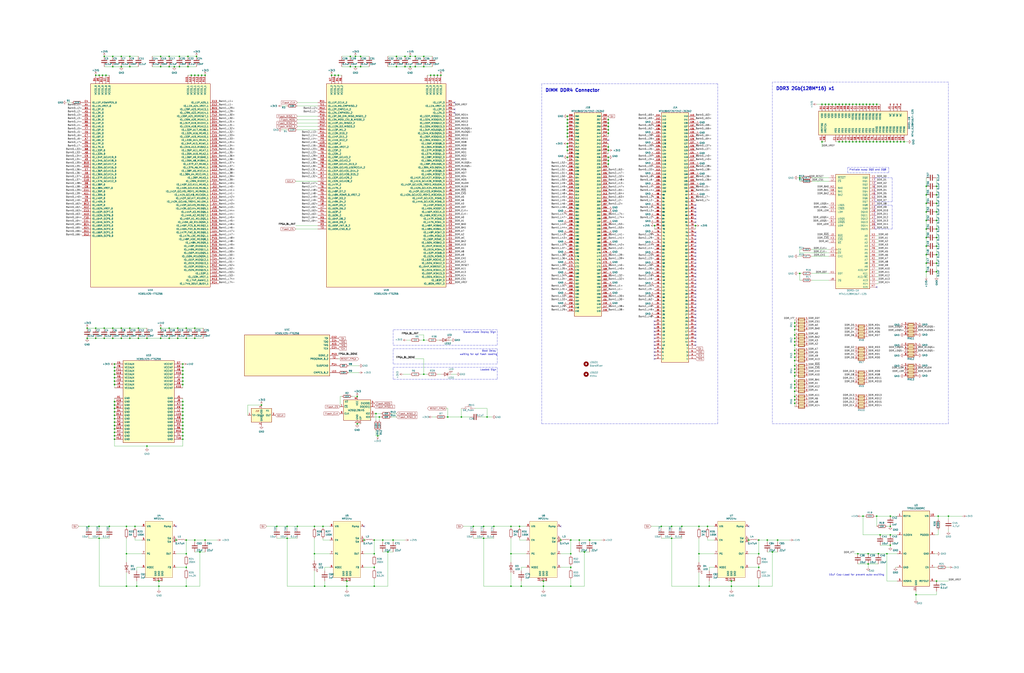
<source format=kicad_sch>
(kicad_sch (version 20211123) (generator eeschema)
  (paper "User" 760.984 499.999)
  (junction (at 648.97 105.41))
  (junction (at 85.09 273.05))
  (junction (at 135.89 316.23))
  (junction (at 129.54 49.53))
  (junction (at 85.09 303.53))
  (junction (at 688.34 151.13))
  (junction (at 85.09 298.45))
  (junction (at 641.35 77.47))
  (junction (at 590.55 245.11))
  (junction (at 704.85 383.54))
  (junction (at 85.09 308.61))
  (junction (at 135.89 283.21))
  (junction (at 613.41 77.47))
  (junction (at 138.43 251.46))
  (junction (at 138.43 421.64))
  (junction (at 342.9 309.88))
  (junction (at 695.96 144.78))
  (junction (at 615.95 77.47))
  (junction (at 284.48 401.32))
  (junction (at 452.12 111.76))
  (junction (at 300.99 41.91))
  (junction (at 135.89 273.05))
  (junction (at 631.19 105.41))
  (junction (at 138.43 243.84))
  (junction (at 144.78 251.46))
  (junction (at 83.82 41.91))
  (junction (at 308.61 49.53))
  (junction (at 96.52 243.84))
  (junction (at 695.96 176.53))
  (junction (at 135.89 323.85))
  (junction (at 525.78 391.16))
  (junction (at 361.95 309.88))
  (junction (at 645.16 411.48))
  (junction (at 71.12 243.84))
  (junction (at 367.03 391.16))
  (junction (at 125.73 251.46))
  (junction (at 664.21 105.41))
  (junction (at 416.56 401.32))
  (junction (at 118.11 435.61))
  (junction (at 452.12 109.22))
  (junction (at 77.47 243.84))
  (junction (at 403.86 435.61))
  (junction (at 638.81 105.41))
  (junction (at 641.35 105.41))
  (junction (at 147.32 55.88))
  (junction (at 102.87 243.84))
  (junction (at 379.73 435.61))
  (junction (at 304.8 49.53))
  (junction (at 267.97 41.91))
  (junction (at 661.67 105.41))
  (junction (at 570.23 401.32))
  (junction (at 656.59 105.41))
  (junction (at 610.87 105.41))
  (junction (at 152.4 401.32))
  (junction (at 85.09 321.31))
  (junction (at 85.09 270.51))
  (junction (at 119.38 251.46))
  (junction (at 637.54 411.48))
  (junction (at 135.89 303.53))
  (junction (at 135.89 313.69))
  (junction (at 85.09 311.15))
  (junction (at 421.64 116.84))
  (junction (at 139.7 49.53))
  (junction (at 138.43 435.61))
  (junction (at 81.28 391.16))
  (junction (at 594.36 203.2))
  (junction (at 267.97 49.53))
  (junction (at 71.12 55.88))
  (junction (at 633.73 105.41))
  (junction (at 688.34 163.83))
  (junction (at 96.52 41.91))
  (junction (at 421.64 96.52))
  (junction (at 213.36 391.16))
  (junction (at 590.55 297.18))
  (junction (at 590.55 260.35))
  (junction (at 93.98 435.61))
  (junction (at 71.12 251.46))
  (junction (at 264.16 49.53))
  (junction (at 645.16 419.1))
  (junction (at 146.05 41.91))
  (junction (at 77.47 251.46))
  (junction (at 499.11 400.05))
  (junction (at 85.09 278.13))
  (junction (at 320.04 55.88))
  (junction (at 109.22 251.46))
  (junction (at 265.43 294.64))
  (junction (at 278.13 421.64))
  (junction (at 688.34 138.43))
  (junction (at 135.89 285.75))
  (junction (at 688.34 170.18))
  (junction (at 543.56 435.61))
  (junction (at 424.18 435.61))
  (junction (at 278.13 435.61))
  (junction (at 590.55 288.29))
  (junction (at 100.33 391.16))
  (junction (at 671.83 105.41))
  (junction (at 633.73 77.47))
  (junction (at 332.74 309.88))
  (junction (at 695.96 170.18))
  (junction (at 135.89 298.45))
  (junction (at 438.15 401.32))
  (junction (at 403.86 431.8))
  (junction (at 85.09 318.77))
  (junction (at 430.53 401.32))
  (junction (at 85.09 275.59))
  (junction (at 85.09 280.67))
  (junction (at 257.81 435.61))
  (junction (at 288.29 410.21))
  (junction (at 85.09 306.07))
  (junction (at 636.27 105.41))
  (junction (at 590.55 265.43))
  (junction (at 144.78 243.84))
  (junction (at 135.89 318.77))
  (junction (at 260.35 41.91))
  (junction (at 695.96 182.88))
  (junction (at 83.82 243.84))
  (junction (at 543.56 431.8))
  (junction (at 452.12 99.06))
  (junction (at 590.55 271.78))
  (junction (at 85.09 283.21))
  (junction (at 101.6 435.61))
  (junction (at 359.41 391.16))
  (junction (at 519.43 391.16))
  (junction (at 661.67 383.54))
  (junction (at 590.55 240.03))
  (junction (at 651.51 77.47))
  (junction (at 314.96 41.91))
  (junction (at 452.12 96.52))
  (junction (at 125.73 49.53))
  (junction (at 688.34 157.48))
  (junction (at 93.98 411.48))
  (junction (at 327.66 55.88))
  (junction (at 90.17 49.53))
  (junction (at 688.34 182.88))
  (junction (at 618.49 77.47))
  (junction (at 680.72 441.96))
  (junction (at 424.18 401.32))
  (junction (at 278.13 411.48))
  (junction (at 325.12 55.88))
  (junction (at 688.34 144.78))
  (junction (at 90.17 251.46))
  (junction (at 73.66 391.16))
  (junction (at 636.27 77.47))
  (junction (at 83.82 251.46))
  (junction (at 76.2 55.88))
  (junction (at 688.34 189.23))
  (junction (at 421.64 101.6))
  (junction (at 248.92 55.88))
  (junction (at 452.12 116.84))
  (junction (at 643.89 105.41))
  (junction (at 421.64 106.68))
  (junction (at 135.89 278.13))
  (junction (at 590.55 251.46))
  (junction (at 519.43 411.48))
  (junction (at 688.34 201.93))
  (junction (at 308.61 41.91))
  (junction (at 135.89 321.31))
  (junction (at 628.65 105.41))
  (junction (at 424.18 421.64))
  (junction (at 85.09 300.99))
  (junction (at 590.55 294.64))
  (junction (at 64.77 251.46))
  (junction (at 135.89 275.59))
  (junction (at 96.52 49.53))
  (junction (at 233.68 391.16))
  (junction (at 359.41 400.05))
  (junction (at 130.81 401.32))
  (junction (at 641.35 383.54))
  (junction (at 314.96 278.13))
  (junction (at 96.52 251.46))
  (junction (at 590.55 285.75))
  (junction (at 264.16 41.91))
  (junction (at 628.65 77.47))
  (junction (at 85.09 316.23))
  (junction (at 499.11 391.16))
  (junction (at 241.3 435.61))
  (junction (at 421.64 88.9))
  (junction (at 132.08 243.84))
  (junction (at 152.4 55.88))
  (junction (at 421.64 86.36))
  (junction (at 119.38 41.91))
  (junction (at 590.55 254))
  (junction (at 646.43 105.41))
  (junction (at 688.34 195.58))
  (junction (at 695.96 157.48))
  (junction (at 144.78 401.32))
  (junction (at 314.96 49.53))
  (junction (at 351.79 391.16))
  (junction (at 294.64 49.53))
  (junction (at 93.98 391.16))
  (junction (at 90.17 243.84))
  (junction (at 621.03 77.47))
  (junction (at 590.55 256.54))
  (junction (at 133.35 49.53))
  (junction (at 651.51 105.41))
  (junction (at 556.26 401.32))
  (junction (at 280.67 323.85))
  (junction (at 695.96 163.83))
  (junction (at 695.96 201.93))
  (junction (at 125.73 243.84))
  (junction (at 563.88 421.64))
  (junction (at 85.09 326.39))
  (junction (at 590.55 262.89))
  (junction (at 590.55 242.57))
  (junction (at 421.64 93.98))
  (junction (at 85.09 323.85))
  (junction (at 119.38 49.53))
  (junction (at 205.74 391.16))
  (junction (at 519.43 435.61))
  (junction (at 424.18 411.48))
  (junction (at 109.22 331.47))
  (junction (at 452.12 93.98))
  (junction (at 251.46 55.88))
  (junction (at 527.05 435.61))
  (junction (at 246.38 55.88))
  (junction (at 695.96 151.13))
  (junction (at 610.87 77.47))
  (junction (at 661.67 397.51))
  (junction (at 132.08 251.46))
  (junction (at 590.55 267.97))
  (junction (at 654.05 105.41))
  (junction (at 102.87 251.46))
  (junction (at 64.77 243.84))
  (junction (at 138.43 411.48))
  (junction (at 133.35 41.91))
  (junction (at 590.55 299.72))
  (junction (at 220.98 391.16))
  (junction (at 233.68 411.48))
  (junction (at 265.43 314.96))
  (junction (at 626.11 105.41))
  (junction (at 486.41 167.64))
  (junction (at 119.38 243.84))
  (junction (at 643.89 77.47))
  (junction (at 73.66 400.05))
  (junction (at 294.64 41.91))
  (junction (at 648.97 77.47))
  (junction (at 421.64 91.44))
  (junction (at 139.7 41.91))
  (junction (at 257.81 431.8))
  (junction (at 73.66 55.88))
  (junction (at 623.57 105.41))
  (junction (at 563.88 435.61))
  (junction (at 697.23 383.54))
  (junction (at 135.89 280.67))
  (junction (at 590.55 274.32))
  (junction (at 506.73 391.16))
  (junction (at 135.89 308.61))
  (junction (at 78.74 55.88))
  (junction (at 421.64 111.76))
  (junction (at 77.47 41.91))
  (junction (at 563.88 401.32))
  (junction (at 590.55 248.92))
  (junction (at 379.73 391.16))
  (junction (at 695.96 138.43))
  (junction (at 304.8 41.91))
  (junction (at 452.12 121.92))
  (junction (at 83.82 49.53))
  (junction (at 688.34 176.53))
  (junction (at 386.08 391.16))
  (junction (at 387.35 435.61))
  (junction (at 590.55 283.21))
  (junction (at 577.85 401.32))
  (junction (at 125.73 41.91))
  (junction (at 118.11 431.8))
  (junction (at 666.75 105.41))
  (junction (at 213.36 400.05))
  (junction (at 421.64 109.22))
  (junction (at 669.29 105.41))
  (junction (at 281.94 309.88))
  (junction (at 638.81 77.47))
  (junction (at 149.86 55.88))
  (junction (at 590.55 279.4))
  (junction (at 144.78 55.88))
  (junction (at 279.4 307.34))
  (junction (at 135.89 270.51))
  (junction (at 142.24 55.88))
  (junction (at 322.58 55.88))
  (junction (at 516.89 167.64))
  (junction (at 260.35 49.53))
  (junction (at 278.13 401.32))
  (junction (at 148.59 410.21))
  (junction (at 695.96 431.8))
  (junction (at 661.67 391.16))
  (junction (at 379.73 411.48))
  (junction (at 138.43 401.32))
  (junction (at 452.12 119.38))
  (junction (at 135.89 311.15))
  (junction (at 659.13 411.48))
  (junction (at 623.57 77.47))
  (junction (at 646.43 77.47))
  (junction (at 631.19 77.47))
  (junction (at 66.04 391.16))
  (junction (at 85.09 313.69))
  (junction (at 85.09 285.75))
  (junction (at 491.49 391.16))
  (junction (at 651.51 383.54))
  (junction (at 233.68 435.61))
  (junction (at 659.13 105.41))
  (junction (at 695.96 189.23))
  (junction (at 270.51 401.32))
  (junction (at 652.78 411.48))
  (junction (at 695.96 195.58))
  (junction (at 590.55 290.83))
  (junction (at 574.04 410.21))
  (junction (at 421.64 99.06))
  (junction (at 563.88 411.48))
  (junction (at 135.89 306.07))
  (junction (at 292.1 401.32))
  (junction (at 626.11 77.47))
  (junction (at 135.89 300.99))
  (junction (at 590.55 276.86))
  (junction (at 654.05 397.51))
  (junction (at 314.96 252.73))
  (junction (at 300.99 49.53))
  (junction (at 240.03 391.16))
  (junction (at 434.34 410.21))
  (junction (at 661.67 405.13))
  (junction (at 135.89 326.39))
  (junction (at 194.31 300.99))
  (junction (at 594.36 132.08))
  (junction (at 452.12 88.9))
  (junction (at 452.12 91.44))
  (junction (at 90.17 41.91))
  (no_connect (at 516.89 231.14))
  (no_connect (at 452.12 104.14))
  (no_connect (at 516.89 198.12))
  (no_connect (at 516.89 208.28))
  (no_connect (at 516.89 193.04))
  (no_connect (at 556.26 391.16))
  (no_connect (at 486.41 264.16))
  (no_connect (at 516.89 241.3))
  (no_connect (at 516.89 203.2))
  (no_connect (at 486.41 251.46))
  (no_connect (at 516.89 213.36))
  (no_connect (at 516.89 248.92))
  (no_connect (at 516.89 243.84))
  (no_connect (at 486.41 266.7))
  (no_connect (at 486.41 256.54))
  (no_connect (at 516.89 223.52))
  (no_connect (at 516.89 220.98))
  (no_connect (at 486.41 254))
  (no_connect (at 516.89 210.82))
  (no_connect (at 516.89 251.46))
  (no_connect (at 516.89 233.68))
  (no_connect (at 486.41 259.08))
  (no_connect (at 516.89 152.4))
  (no_connect (at 516.89 154.94))
  (no_connect (at 516.89 157.48))
  (no_connect (at 516.89 160.02))
  (no_connect (at 516.89 162.56))
  (no_connect (at 516.89 165.1))
  (no_connect (at 516.89 172.72))
  (no_connect (at 516.89 177.8))
  (no_connect (at 516.89 180.34))
  (no_connect (at 516.89 182.88))
  (no_connect (at 516.89 190.5))
  (no_connect (at 516.89 175.26))
  (no_connect (at 516.89 185.42))
  (no_connect (at 516.89 187.96))
  (no_connect (at 516.89 246.38))
  (no_connect (at 516.89 200.66))
  (no_connect (at 516.89 218.44))
  (no_connect (at 486.41 238.76))
  (no_connect (at 486.41 243.84))
  (no_connect (at 337.82 76.2))
  (no_connect (at 337.82 81.28))
  (no_connect (at 337.82 83.82))
  (no_connect (at 516.89 254))
  (no_connect (at 486.41 261.62))
  (no_connect (at 516.89 215.9))
  (no_connect (at 486.41 246.38))
  (no_connect (at 516.89 195.58))
  (no_connect (at 416.56 391.16))
  (no_connect (at 270.51 391.16))
  (no_connect (at 130.81 391.16))
  (no_connect (at 516.89 228.6))
  (no_connect (at 651.51 213.36))
  (no_connect (at 486.41 248.92))
  (no_connect (at 516.89 238.76))
  (no_connect (at 516.89 205.74))
  (no_connect (at 516.89 236.22))
  (no_connect (at 516.89 226.06))
  (no_connect (at 486.41 241.3))
  (no_connect (at 516.89 256.54))
  (wire (pts (xy 135.89 278.13) (xy 135.89 280.67)))
  (wire (pts (xy 652.78 182.88) (xy 651.51 182.88)))
  (wire (pts (xy 85.09 275.59) (xy 85.09 278.13)))
  (polyline (pts (xy 292.1 273.05) (xy 369.57 273.05)))
  (wire (pts (xy 83.82 251.46) (xy 90.17 251.46)))
  (wire (pts (xy 118.11 438.15) (xy 118.11 435.61)))
  (wire (pts (xy 694.69 431.8) (xy 695.96 431.8)))
  (wire (pts (xy 278.13 401.32) (xy 278.13 411.48)))
  (wire (pts (xy 361.95 309.88) (xy 365.76 309.88)))
  (wire (pts (xy 118.11 435.61) (xy 138.43 435.61)))
  (wire (pts (xy 403.86 438.15) (xy 403.86 435.61)))
  (wire (pts (xy 135.89 323.85) (xy 135.89 326.39)))
  (wire (pts (xy 135.89 275.59) (xy 135.89 278.13)))
  (wire (pts (xy 543.56 431.8) (xy 546.1 431.8)))
  (wire (pts (xy 359.41 392.43) (xy 359.41 391.16)))
  (wire (pts (xy 144.78 55.88) (xy 147.32 55.88)))
  (wire (pts (xy 133.35 41.91) (xy 139.7 41.91)))
  (wire (pts (xy 695.96 163.83) (xy 695.96 157.48)))
  (wire (pts (xy 251.46 55.88) (xy 254 55.88)))
  (wire (pts (xy 220.98 391.16) (xy 233.68 391.16)))
  (wire (pts (xy 651.51 391.16) (xy 651.51 383.54)))
  (wire (pts (xy 424.18 401.32) (xy 430.53 401.32)))
  (wire (pts (xy 102.87 251.46) (xy 109.22 251.46)))
  (wire (pts (xy 220.98 91.44) (xy 236.22 91.44)))
  (wire (pts (xy 85.09 316.23) (xy 85.09 318.77)))
  (wire (pts (xy 590.55 254) (xy 590.55 256.54)))
  (wire (pts (xy 278.13 421.64) (xy 278.13 420.37)))
  (wire (pts (xy 452.12 88.9) (xy 452.12 91.44)))
  (wire (pts (xy 102.87 243.84) (xy 109.22 243.84)))
  (polyline (pts (xy 292.1 256.54) (xy 369.57 256.54)))
  (wire (pts (xy 527.05 424.18) (xy 527.05 421.64)))
  (wire (pts (xy 452.12 106.68) (xy 452.12 109.22)))
  (wire (pts (xy 314.96 266.7) (xy 314.96 278.13)))
  (wire (pts (xy 308.61 266.7) (xy 314.96 266.7)))
  (wire (pts (xy 83.82 49.53) (xy 90.17 49.53)))
  (wire (pts (xy 641.35 383.54) (xy 642.62 383.54)))
  (wire (pts (xy 652.78 203.2) (xy 651.51 203.2)))
  (wire (pts (xy 452.12 86.36) (xy 452.12 88.9)))
  (wire (pts (xy 264.16 41.91) (xy 267.97 41.91)))
  (wire (pts (xy 694.69 383.54) (xy 697.23 383.54)))
  (wire (pts (xy 577.85 401.32) (xy 586.74 401.32)))
  (wire (pts (xy 233.68 392.43) (xy 233.68 391.16)))
  (wire (pts (xy 85.09 298.45) (xy 85.09 300.99)))
  (wire (pts (xy 416.56 421.64) (xy 424.18 421.64)))
  (wire (pts (xy 118.11 431.8) (xy 118.11 435.61)))
  (wire (pts (xy 304.8 49.53) (xy 308.61 49.53)))
  (wire (pts (xy 434.34 410.21) (xy 430.53 410.21)))
  (wire (pts (xy 623.57 77.47) (xy 621.03 77.47)))
  (wire (pts (xy 379.73 435.61) (xy 359.41 435.61)))
  (wire (pts (xy 659.13 105.41) (xy 661.67 105.41)))
  (wire (pts (xy 278.13 401.32) (xy 284.48 401.32)))
  (wire (pts (xy 284.48 402.59) (xy 284.48 401.32)))
  (wire (pts (xy 259.08 276.86) (xy 266.7 276.86)))
  (wire (pts (xy 421.64 109.22) (xy 421.64 111.76)))
  (wire (pts (xy 652.78 190.5) (xy 651.51 190.5)))
  (wire (pts (xy 248.92 55.88) (xy 251.46 55.88)))
  (wire (pts (xy 367.03 400.05) (xy 359.41 400.05)))
  (wire (pts (xy 563.88 411.48) (xy 563.88 412.75)))
  (wire (pts (xy 646.43 77.47) (xy 643.89 77.47)))
  (wire (pts (xy 626.11 105.41) (xy 628.65 105.41)))
  (wire (pts (xy 688.34 157.48) (xy 688.34 151.13)))
  (wire (pts (xy 430.53 401.32) (xy 438.15 401.32)))
  (polyline (pts (xy 369.57 259.08) (xy 369.57 270.51)))
  (wire (pts (xy 213.36 391.16) (xy 205.74 391.16)))
  (wire (pts (xy 335.28 278.13) (xy 339.09 278.13)))
  (wire (pts (xy 135.89 303.53) (xy 135.89 306.07)))
  (wire (pts (xy 519.43 435.61) (xy 499.11 435.61)))
  (wire (pts (xy 695.96 170.18) (xy 695.96 163.83)))
  (wire (pts (xy 641.35 105.41) (xy 643.89 105.41)))
  (wire (pts (xy 100.33 400.05) (xy 100.33 401.32)))
  (wire (pts (xy 135.89 295.91) (xy 135.89 298.45)))
  (wire (pts (xy 563.88 422.91) (xy 563.88 421.64)))
  (polyline (pts (xy 369.57 256.54) (xy 369.57 245.11)))
  (wire (pts (xy 251.46 266.7) (xy 252.73 266.7)))
  (wire (pts (xy 125.73 243.84) (xy 132.08 243.84)))
  (wire (pts (xy 109.22 331.47) (xy 109.22 332.74)))
  (wire (pts (xy 77.47 243.84) (xy 83.82 243.84)))
  (wire (pts (xy 85.09 323.85) (xy 85.09 326.39)))
  (wire (pts (xy 645.16 411.48) (xy 637.54 411.48)))
  (wire (pts (xy 135.89 331.47) (xy 109.22 331.47)))
  (wire (pts (xy 213.36 96.52) (xy 209.55 96.52)))
  (wire (pts (xy 100.33 391.16) (xy 93.98 391.16)))
  (wire (pts (xy 139.7 55.88) (xy 142.24 55.88)))
  (wire (pts (xy 240.03 391.16) (xy 233.68 391.16)))
  (wire (pts (xy 659.13 431.8) (xy 666.75 431.8)))
  (wire (pts (xy 661.67 406.4) (xy 661.67 405.13)))
  (wire (pts (xy 386.08 400.05) (xy 386.08 401.32)))
  (wire (pts (xy 652.78 200.66) (xy 651.51 200.66)))
  (wire (pts (xy 300.99 41.91) (xy 304.8 41.91)))
  (wire (pts (xy 574.04 410.21) (xy 570.23 410.21)))
  (wire (pts (xy 135.89 316.23) (xy 135.89 318.77)))
  (polyline (pts (xy 704.85 314.96) (xy 704.85 60.96)))
  (wire (pts (xy 279.4 323.85) (xy 280.67 323.85)))
  (wire (pts (xy 379.73 400.05) (xy 379.73 411.48)))
  (wire (pts (xy 695.96 176.53) (xy 695.96 170.18)))
  (wire (pts (xy 118.11 431.8) (xy 120.65 431.8)))
  (wire (pts (xy 386.08 391.16) (xy 379.73 391.16)))
  (wire (pts (xy 671.83 105.41) (xy 674.37 105.41)))
  (wire (pts (xy 101.6 435.61) (xy 118.11 435.61)))
  (wire (pts (xy 96.52 41.91) (xy 102.87 41.91)))
  (wire (pts (xy 628.65 105.41) (xy 631.19 105.41)))
  (wire (pts (xy 452.12 121.92) (xy 452.12 124.46)))
  (wire (pts (xy 643.89 105.41) (xy 646.43 105.41)))
  (wire (pts (xy 135.89 283.21) (xy 135.89 285.75)))
  (wire (pts (xy 631.19 77.47) (xy 628.65 77.47)))
  (wire (pts (xy 367.03 391.16) (xy 379.73 391.16)))
  (wire (pts (xy 93.98 435.61) (xy 101.6 435.61)))
  (wire (pts (xy 245.11 391.16) (xy 240.03 391.16)))
  (wire (pts (xy 359.41 391.16) (xy 351.79 391.16)))
  (wire (pts (xy 530.86 391.16) (xy 525.78 391.16)))
  (wire (pts (xy 240.03 400.05) (xy 240.03 401.32)))
  (wire (pts (xy 361.95 303.53) (xy 361.95 309.88)))
  (wire (pts (xy 610.87 109.22) (xy 610.87 105.41)))
  (wire (pts (xy 694.69 397.51) (xy 697.23 397.51)))
  (wire (pts (xy 257.81 435.61) (xy 278.13 435.61)))
  (wire (pts (xy 688.34 163.83) (xy 688.34 157.48)))
  (wire (pts (xy 652.78 411.48) (xy 645.16 411.48)))
  (wire (pts (xy 590.55 245.11) (xy 590.55 248.92)))
  (wire (pts (xy 661.67 105.41) (xy 664.21 105.41)))
  (wire (pts (xy 519.43 417.83) (xy 519.43 411.48)))
  (wire (pts (xy 300.99 49.53) (xy 304.8 49.53)))
  (wire (pts (xy 81.28 391.16) (xy 73.66 391.16)))
  (wire (pts (xy 257.81 431.8) (xy 257.81 435.61)))
  (wire (pts (xy 312.42 252.73) (xy 314.96 252.73)))
  (wire (pts (xy 130.81 401.32) (xy 130.81 402.59)))
  (wire (pts (xy 590.55 256.54) (xy 590.55 260.35)))
  (wire (pts (xy 213.36 400.05) (xy 205.74 400.05)))
  (wire (pts (xy 697.23 393.7) (xy 697.23 397.51)))
  (wire (pts (xy 288.29 410.21) (xy 288.29 435.61)))
  (wire (pts (xy 85.09 280.67) (xy 85.09 283.21)))
  (wire (pts (xy 314.96 248.92) (xy 314.96 252.73)))
  (wire (pts (xy 651.51 77.47) (xy 648.97 77.47)))
  (wire (pts (xy 652.78 205.74) (xy 651.51 205.74)))
  (wire (pts (xy 666.75 397.51) (xy 661.67 397.51)))
  (wire (pts (xy 499.11 400.05) (xy 499.11 435.61)))
  (wire (pts (xy 543.56 435.61) (xy 563.88 435.61)))
  (wire (pts (xy 130.81 400.05) (xy 130.81 401.32)))
  (wire (pts (xy 119.38 251.46) (xy 125.73 251.46)))
  (wire (pts (xy 284.48 401.32) (xy 292.1 401.32)))
  (wire (pts (xy 85.09 313.69) (xy 85.09 316.23)))
  (wire (pts (xy 213.36 392.43) (xy 213.36 391.16)))
  (wire (pts (xy 252.73 294.64) (xy 252.73 302.26)))
  (wire (pts (xy 292.1 410.21) (xy 288.29 410.21)))
  (wire (pts (xy 135.89 308.61) (xy 135.89 311.15)))
  (wire (pts (xy 278.13 422.91) (xy 278.13 421.64)))
  (polyline (pts (xy 369.57 273.05) (xy 369.57 281.94)))
  (wire (pts (xy 220.98 88.9) (xy 236.22 88.9)))
  (wire (pts (xy 144.78 402.59) (xy 144.78 401.32)))
  (wire (pts (xy 314.96 252.73) (xy 317.5 252.73)))
  (wire (pts (xy 233.68 424.18) (xy 233.68 435.61)))
  (wire (pts (xy 613.41 105.41) (xy 610.87 105.41)))
  (wire (pts (xy 93.98 400.05) (xy 93.98 411.48)))
  (wire (pts (xy 386.08 401.32) (xy 391.16 401.32)))
  (wire (pts (xy 563.88 435.61) (xy 563.88 430.53)))
  (polyline (pts (xy 292.1 270.51) (xy 292.1 259.08)))
  (wire (pts (xy 695.96 182.88) (xy 695.96 176.53)))
  (wire (pts (xy 652.78 177.8) (xy 651.51 177.8)))
  (wire (pts (xy 292.1 401.32) (xy 300.99 401.32)))
  (wire (pts (xy 138.43 435.61) (xy 138.43 430.53)))
  (polyline (pts (xy 662.94 170.18) (xy 662.94 152.4)))
  (wire (pts (xy 83.82 41.91) (xy 90.17 41.91)))
  (wire (pts (xy 100.33 392.43) (xy 100.33 391.16)))
  (wire (pts (xy 590.55 251.46) (xy 590.55 254)))
  (wire (pts (xy 135.89 318.77) (xy 135.89 321.31)))
  (wire (pts (xy 220.98 400.05) (xy 213.36 400.05)))
  (wire (pts (xy 265.43 314.96) (xy 267.97 314.96)))
  (wire (pts (xy 401.32 431.8) (xy 403.86 431.8)))
  (wire (pts (xy 148.59 410.21) (xy 148.59 435.61)))
  (wire (pts (xy 387.35 431.8) (xy 387.35 435.61)))
  (wire (pts (xy 652.78 411.48) (xy 659.13 411.48)))
  (wire (pts (xy 73.66 392.43) (xy 73.66 391.16)))
  (wire (pts (xy 142.24 55.88) (xy 144.78 55.88)))
  (wire (pts (xy 367.03 392.43) (xy 367.03 391.16)))
  (wire (pts (xy 81.28 391.16) (xy 93.98 391.16)))
  (wire (pts (xy 452.12 119.38) (xy 452.12 121.92)))
  (wire (pts (xy 130.81 411.48) (xy 138.43 411.48)))
  (wire (pts (xy 278.13 307.34) (xy 279.4 307.34)))
  (wire (pts (xy 359.41 400.05) (xy 359.41 435.61)))
  (wire (pts (xy 416.56 411.48) (xy 424.18 411.48)))
  (wire (pts (xy 659.13 391.16) (xy 661.67 391.16)))
  (wire (pts (xy 85.09 331.47) (xy 109.22 331.47)))
  (wire (pts (xy 294.64 307.34) (xy 290.83 307.34)))
  (polyline (pts (xy 533.4 62.23) (xy 402.59 62.23)))
  (wire (pts (xy 391.16 391.16) (xy 386.08 391.16)))
  (wire (pts (xy 109.22 251.46) (xy 119.38 251.46)))
  (wire (pts (xy 386.08 392.43) (xy 386.08 391.16)))
  (wire (pts (xy 119.38 49.53) (xy 125.73 49.53)))
  (wire (pts (xy 241.3 424.18) (xy 241.3 421.64)))
  (wire (pts (xy 525.78 392.43) (xy 525.78 391.16)))
  (polyline (pts (xy 662.94 149.86) (xy 662.94 132.08)))
  (wire (pts (xy 695.96 201.93) (xy 695.96 195.58)))
  (wire (pts (xy 570.23 401.32) (xy 577.85 401.32)))
  (wire (pts (xy 680.72 441.96) (xy 695.96 441.96)))
  (wire (pts (xy 93.98 411.48) (xy 105.41 411.48)))
  (wire (pts (xy 421.64 116.84) (xy 421.64 119.38)))
  (wire (pts (xy 659.13 431.8) (xy 659.13 411.48)))
  (wire (pts (xy 85.09 321.31) (xy 85.09 323.85)))
  (wire (pts (xy 704.85 386.08) (xy 704.85 383.54)))
  (wire (pts (xy 665.48 421.64) (xy 666.75 421.64)))
  (wire (pts (xy 96.52 243.84) (xy 102.87 243.84)))
  (wire (pts (xy 152.4 401.32) (xy 152.4 402.59)))
  (wire (pts (xy 71.12 55.88) (xy 73.66 55.88)))
  (wire (pts (xy 125.73 49.53) (xy 129.54 49.53)))
  (wire (pts (xy 77.47 41.91) (xy 83.82 41.91)))
  (wire (pts (xy 680.72 445.77) (xy 680.72 441.96)))
  (polyline (pts (xy 402.59 314.96) (xy 533.4 314.96)))
  (wire (pts (xy 125.73 251.46) (xy 132.08 251.46)))
  (wire (pts (xy 332.74 309.88) (xy 342.9 309.88)))
  (wire (pts (xy 261.62 294.64) (xy 265.43 294.64)))
  (wire (pts (xy 213.36 435.61) (xy 233.68 435.61)))
  (wire (pts (xy 135.89 280.67) (xy 135.89 283.21)))
  (wire (pts (xy 424.18 422.91) (xy 424.18 421.64)))
  (wire (pts (xy 85.09 308.61) (xy 85.09 311.15)))
  (wire (pts (xy 688.34 151.13) (xy 688.34 144.78)))
  (wire (pts (xy 506.73 391.16) (xy 499.11 391.16)))
  (wire (pts (xy 135.89 321.31) (xy 135.89 323.85)))
  (wire (pts (xy 438.15 410.21) (xy 434.34 410.21)))
  (wire (pts (xy 138.43 401.32) (xy 138.43 411.48)))
  (wire (pts (xy 321.31 309.88) (xy 323.85 309.88)))
  (wire (pts (xy 603.25 132.08) (xy 615.95 132.08)))
  (wire (pts (xy 654.05 405.13) (xy 661.67 405.13)))
  (wire (pts (xy 519.43 425.45) (xy 519.43 435.61)))
  (wire (pts (xy 527.05 431.8) (xy 527.05 435.61)))
  (wire (pts (xy 267.97 49.53) (xy 274.32 49.53)))
  (wire (pts (xy 270.51 421.64) (xy 278.13 421.64)))
  (wire (pts (xy 637.54 419.1) (xy 645.16 419.1)))
  (wire (pts (xy 664.21 105.41) (xy 666.75 105.41)))
  (wire (pts (xy 213.36 400.05) (xy 213.36 435.61)))
  (wire (pts (xy 695.96 421.64) (xy 694.69 421.64)))
  (polyline (pts (xy 369.57 270.51) (xy 292.1 270.51)))
  (wire (pts (xy 590.55 265.43) (xy 590.55 267.97)))
  (wire (pts (xy 643.89 77.47) (xy 641.35 77.47)))
  (wire (pts (xy 240.03 401.32) (xy 245.11 401.32)))
  (wire (pts (xy 85.09 270.51) (xy 85.09 273.05)))
  (wire (pts (xy 527.05 421.64) (xy 530.86 421.64)))
  (polyline (pts (xy 533.4 314.96) (xy 533.4 62.23)))
  (polyline (pts (xy 650.24 132.08) (xy 650.24 149.86)))
  (wire (pts (xy 688.34 144.78) (xy 688.34 138.43)))
  (wire (pts (xy 254 41.91) (xy 260.35 41.91)))
  (wire (pts (xy 93.98 425.45) (xy 93.98 435.61)))
  (wire (pts (xy 81.28 392.43) (xy 81.28 391.16)))
  (wire (pts (xy 421.64 88.9) (xy 421.64 91.44)))
  (wire (pts (xy 77.47 251.46) (xy 83.82 251.46)))
  (wire (pts (xy 135.89 306.07) (xy 135.89 308.61)))
  (wire (pts (xy 695.96 151.13) (xy 695.96 144.78)))
  (wire (pts (xy 125.73 41.91) (xy 133.35 41.91)))
  (wire (pts (xy 78.74 55.88) (xy 81.28 55.88)))
  (wire (pts (xy 325.12 252.73) (xy 326.39 252.73)))
  (wire (pts (xy 452.12 99.06) (xy 452.12 101.6)))
  (wire (pts (xy 452.12 93.98) (xy 452.12 96.52)))
  (wire (pts (xy 695.96 205.74) (xy 695.96 201.93)))
  (wire (pts (xy 152.4 410.21) (xy 148.59 410.21)))
  (wire (pts (xy 139.7 41.91) (xy 146.05 41.91)))
  (wire (pts (xy 220.98 392.43) (xy 220.98 391.16)))
  (wire (pts (xy 688.34 201.93) (xy 688.34 195.58)))
  (wire (pts (xy 135.89 300.99) (xy 135.89 303.53)))
  (wire (pts (xy 641.35 77.47) (xy 638.81 77.47)))
  (wire (pts (xy 516.89 167.64) (xy 516.89 170.18)))
  (wire (pts (xy 695.96 411.48) (xy 694.69 411.48)))
  (wire (pts (xy 666.75 105.41) (xy 669.29 105.41)))
  (wire (pts (xy 254 294.64) (xy 252.73 294.64)))
  (wire (pts (xy 438.15 401.32) (xy 438.15 402.59)))
  (wire (pts (xy 312.42 278.13) (xy 314.96 278.13)))
  (wire (pts (xy 424.18 421.64) (xy 424.18 420.37)))
  (wire (pts (xy 452.12 111.76) (xy 452.12 114.3)))
  (wire (pts (xy 119.38 41.91) (xy 125.73 41.91)))
  (wire (pts (xy 76.2 55.88) (xy 78.74 55.88)))
  (wire (pts (xy 93.98 392.43) (xy 93.98 391.16)))
  (wire (pts (xy 688.34 195.58) (xy 688.34 189.23)))
  (wire (pts (xy 621.03 105.41) (xy 623.57 105.41)))
  (wire (pts (xy 636.27 105.41) (xy 638.81 105.41)))
  (wire (pts (xy 288.29 41.91) (xy 294.64 41.91)))
  (polyline (pts (xy 369.57 245.11) (xy 292.1 245.11)))
  (wire (pts (xy 621.03 77.47) (xy 618.49 77.47)))
  (wire (pts (xy 379.73 425.45) (xy 379.73 435.61)))
  (wire (pts (xy 603.25 185.42) (xy 615.95 185.42)))
  (wire (pts (xy 219.71 167.64) (xy 236.22 167.64)))
  (wire (pts (xy 669.29 105.41) (xy 671.83 105.41)))
  (wire (pts (xy 556.26 421.64) (xy 563.88 421.64)))
  (wire (pts (xy 246.38 55.88) (xy 248.92 55.88)))
  (wire (pts (xy 623.57 105.41) (xy 626.11 105.41)))
  (wire (pts (xy 281.94 309.88) (xy 281.94 312.42)))
  (wire (pts (xy 628.65 77.47) (xy 626.11 77.47)))
  (wire (pts (xy 344.17 391.16) (xy 351.79 391.16)))
  (wire (pts (xy 105.41 391.16) (xy 100.33 391.16)))
  (wire (pts (xy 421.64 101.6) (xy 421.64 104.14)))
  (wire (pts (xy 241.3 421.64) (xy 245.11 421.64)))
  (wire (pts (xy 593.09 132.08) (xy 594.36 132.08)))
  (wire (pts (xy 144.78 401.32) (xy 152.4 401.32)))
  (wire (pts (xy 635 411.48) (xy 637.54 411.48)))
  (wire (pts (xy 148.59 435.61) (xy 138.43 435.61)))
  (wire (pts (xy 594.36 187.96) (xy 615.95 187.96)))
  (wire (pts (xy 577.85 410.21) (xy 574.04 410.21)))
  (wire (pts (xy 270.51 400.05) (xy 270.51 401.32)))
  (wire (pts (xy 594.36 132.08) (xy 595.63 132.08)))
  (wire (pts (xy 603.25 203.2) (xy 615.95 203.2)))
  (wire (pts (xy 220.98 391.16) (xy 213.36 391.16)))
  (wire (pts (xy 695.96 189.23) (xy 695.96 182.88)))
  (wire (pts (xy 590.55 260.35) (xy 590.55 262.89)))
  (wire (pts (xy 149.86 55.88) (xy 152.4 55.88)))
  (wire (pts (xy 135.89 311.15) (xy 135.89 313.69)))
  (wire (pts (xy 278.13 309.88) (xy 281.94 309.88)))
  (wire (pts (xy 590.55 279.4) (xy 590.55 283.21)))
  (wire (pts (xy 403.86 431.8) (xy 406.4 431.8)))
  (wire (pts (xy 101.6 424.18) (xy 101.6 421.64)))
  (wire (pts (xy 519.43 392.43) (xy 519.43 391.16)))
  (wire (pts (xy 85.09 306.07) (xy 85.09 308.61)))
  (polyline (pts (xy 574.04 314.96) (xy 704.85 314.96)))
  (wire (pts (xy 574.04 410.21) (xy 574.04 435.61)))
  (wire (pts (xy 590.55 242.57) (xy 590.55 245.11)))
  (wire (pts (xy 71.12 243.84) (xy 77.47 243.84)))
  (wire (pts (xy 452.12 109.22) (xy 452.12 111.76)))
  (wire (pts (xy 73.66 400.05) (xy 66.04 400.05)))
  (wire (pts (xy 90.17 243.84) (xy 96.52 243.84)))
  (wire (pts (xy 139.7 49.53) (xy 146.05 49.53)))
  (wire (pts (xy 607.06 77.47) (xy 610.87 77.47)))
  (wire (pts (xy 144.78 243.84) (xy 151.13 243.84)))
  (wire (pts (xy 656.59 105.41) (xy 659.13 105.41)))
  (wire (pts (xy 100.33 401.32) (xy 105.41 401.32)))
  (wire (pts (xy 603.25 208.28) (xy 615.95 208.28)))
  (wire (pts (xy 688.34 189.23) (xy 688.34 182.88)))
  (wire (pts (xy 85.09 311.15) (xy 85.09 313.69)))
  (wire (pts (xy 85.09 283.21) (xy 85.09 285.75)))
  (wire (pts (xy 688.34 176.53) (xy 688.34 170.18)))
  (wire (pts (xy 132.08 251.46) (xy 138.43 251.46)))
  (wire (pts (xy 695.96 195.58) (xy 695.96 189.23)))
  (wire (pts (xy 421.64 93.98) (xy 421.64 96.52)))
  (wire (pts (xy 563.88 421.64) (xy 563.88 420.37)))
  (wire (pts (xy 680.72 439.42) (xy 680.72 441.96)))
  (wire (pts (xy 633.73 105.41) (xy 636.27 105.41)))
  (wire (pts (xy 135.89 270.51) (xy 135.89 273.05)))
  (wire (pts (xy 636.27 77.47) (xy 633.73 77.47)))
  (polyline (pts (xy 704.85 60.96) (xy 574.04 60.96)))
  (wire (pts (xy 652.78 210.82) (xy 651.51 210.82)))
  (wire (pts (xy 421.64 99.06) (xy 421.64 101.6)))
  (wire (pts (xy 379.73 435.61) (xy 387.35 435.61)))
  (wire (pts (xy 421.64 111.76) (xy 421.64 114.3)))
  (wire (pts (xy 483.87 391.16) (xy 491.49 391.16)))
  (wire (pts (xy 259.08 271.78) (xy 266.7 271.78)))
  (wire (pts (xy 322.58 55.88) (xy 325.12 55.88)))
  (wire (pts (xy 85.09 295.91) (xy 85.09 298.45)))
  (wire (pts (xy 233.68 411.48) (xy 245.11 411.48)))
  (wire (pts (xy 704.85 383.54) (xy 715.01 383.54)))
  (wire (pts (xy 85.09 318.77) (xy 85.09 321.31)))
  (wire (pts (xy 270.51 411.48) (xy 278.13 411.48)))
  (wire (pts (xy 77.47 49.53) (xy 83.82 49.53)))
  (wire (pts (xy 695.96 144.78) (xy 695.96 138.43)))
  (wire (pts (xy 294.64 309.88) (xy 290.83 309.88)))
  (wire (pts (xy 96.52 251.46) (xy 102.87 251.46)))
  (wire (pts (xy 697.23 386.08) (xy 697.23 383.54)))
  (wire (pts (xy 648.97 77.47) (xy 646.43 77.47)))
  (wire (pts (xy 638.81 105.41) (xy 641.35 105.41)))
  (wire (pts (xy 499.11 392.43) (xy 499.11 391.16)))
  (wire (pts (xy 590.55 288.29) (xy 590.55 290.83)))
  (wire (pts (xy 543.56 431.8) (xy 543.56 435.61)))
  (wire (pts (xy 556.26 401.32) (xy 556.26 402.59)))
  (wire (pts (xy 387.35 424.18) (xy 387.35 421.64)))
  (wire (pts (xy 603.25 134.62) (xy 615.95 134.62)))
  (wire (pts (xy 486.41 167.64) (xy 486.41 170.18)))
  (wire (pts (xy 53.34 76.2) (xy 49.53 76.2)))
  (wire (pts (xy 73.66 400.05) (xy 73.66 435.61)))
  (wire (pts (xy 209.55 78.74) (xy 213.36 78.74)))
  (wire (pts (xy 506.73 392.43) (xy 506.73 391.16)))
  (wire (pts (xy 590.55 262.89) (xy 590.55 265.43)))
  (wire (pts (xy 260.35 41.91) (xy 264.16 41.91)))
  (wire (pts (xy 135.89 298.45) (xy 135.89 300.99)))
  (wire (pts (xy 254 49.53) (xy 260.35 49.53)))
  (wire (pts (xy 688.34 182.88) (xy 688.34 176.53)))
  (wire (pts (xy 593.09 190.5) (xy 595.63 190.5)))
  (wire (pts (xy 356.87 309.88) (xy 361.95 309.88)))
  (wire (pts (xy 130.81 421.64) (xy 138.43 421.64)))
  (wire (pts (xy 519.43 400.05) (xy 519.43 411.48)))
  (wire (pts (xy 594.36 203.2) (xy 595.63 203.2)))
  (wire (pts (xy 688.34 138.43) (xy 688.34 132.08)))
  (wire (pts (xy 652.78 193.04) (xy 651.51 193.04)))
  (wire (pts (xy 525.78 401.32) (xy 530.86 401.32)))
  (wire (pts (xy 525.78 391.16) (xy 519.43 391.16)))
  (wire (pts (xy 264.16 49.53) (xy 267.97 49.53)))
  (wire (pts (xy 421.64 86.36) (xy 421.64 88.9)))
  (wire (pts (xy 81.28 400.05) (xy 73.66 400.05)))
  (wire (pts (xy 563.88 401.32) (xy 570.23 401.32)))
  (wire (pts (xy 129.54 49.53) (xy 133.35 49.53)))
  (wire (pts (xy 93.98 417.83) (xy 93.98 411.48)))
  (wire (pts (xy 703.58 421.64) (xy 704.85 421.64)))
  (polyline (pts (xy 629.92 124.46) (xy 660.4 124.46)))
  (wire (pts (xy 147.32 55.88) (xy 149.86 55.88)))
  (wire (pts (xy 590.55 297.18) (xy 590.55 299.72)))
  (wire (pts (xy 651.51 105.41) (xy 654.05 105.41)))
  (wire (pts (xy 288.29 410.21) (xy 284.48 410.21)))
  (wire (pts (xy 233.68 435.61) (xy 241.3 435.61)))
  (wire (pts (xy 654.05 105.41) (xy 656.59 105.41)))
  (wire (pts (xy 652.78 180.34) (xy 651.51 180.34)))
  (polyline (pts (xy 574.04 60.96) (xy 574.04 314.96)))
  (wire (pts (xy 541.02 431.8) (xy 543.56 431.8)))
  (polyline (pts (xy 650.24 149.86) (xy 662.94 149.86)))
  (wire (pts (xy 233.68 400.05) (xy 233.68 411.48)))
  (wire (pts (xy 257.81 438.15) (xy 257.81 435.61)))
  (wire (pts (xy 695.96 138.43) (xy 695.96 132.08)))
  (wire (pts (xy 499.11 391.16) (xy 491.49 391.16)))
  (wire (pts (xy 73.66 391.16) (xy 66.04 391.16)))
  (wire (pts (xy 325.12 55.88) (xy 327.66 55.88)))
  (wire (pts (xy 294.64 49.53) (xy 300.99 49.53)))
  (wire (pts (xy 424.18 401.32) (xy 424.18 411.48)))
  (wire (pts (xy 367.03 391.16) (xy 359.41 391.16)))
  (wire (pts (xy 595.63 185.42) (xy 594.36 185.42)))
  (wire (pts (xy 434.34 435.61) (xy 424.18 435.61)))
  (wire (pts (xy 652.78 195.58) (xy 651.51 195.58)))
  (wire (pts (xy 641.35 397.51) (xy 641.35 383.54)))
  (wire (pts (xy 594.36 208.28) (xy 594.36 203.2)))
  (wire (pts (xy 288.29 49.53) (xy 294.64 49.53)))
  (wire (pts (xy 695.96 157.48) (xy 695.96 151.13)))
  (wire (pts (xy 135.89 285.75) (xy 135.89 288.29)))
  (polyline (pts (xy 660.4 128.27) (xy 629.92 128.27)))
  (wire (pts (xy 299.72 278.13) (xy 304.8 278.13)))
  (polyline (pts (xy 629.92 124.46) (xy 629.92 128.27)))
  (wire (pts (xy 590.55 276.86) (xy 590.55 279.4)))
  (wire (pts (xy 594.36 185.42) (xy 594.36 187.96)))
  (wire (pts (xy 603.25 190.5) (xy 615.95 190.5)))
  (wire (pts (xy 651.51 383.54) (xy 661.67 383.54)))
  (wire (pts (xy 64.77 251.46) (xy 71.12 251.46)))
  (wire (pts (xy 184.15 300.99) (xy 194.31 300.99)))
  (wire (pts (xy 556.26 411.48) (xy 563.88 411.48)))
  (polyline (pts (xy 650.24 132.08) (xy 662.94 132.08)))
  (wire (pts (xy 241.3 431.8) (xy 241.3 435.61)))
  (wire (pts (xy 73.66 435.61) (xy 93.98 435.61)))
  (wire (pts (xy 688.34 205.74) (xy 688.34 201.93)))
  (wire (pts (xy 267.97 41.91) (xy 274.32 41.91)))
  (wire (pts (xy 220.98 78.74) (xy 236.22 78.74)))
  (wire (pts (xy 113.03 41.91) (xy 119.38 41.91)))
  (wire (pts (xy 281.94 309.88) (xy 283.21 309.88)))
  (wire (pts (xy 590.55 285.75) (xy 590.55 288.29)))
  (wire (pts (xy 452.12 96.52) (xy 452.12 99.06)))
  (wire (pts (xy 342.9 309.88) (xy 349.25 309.88)))
  (wire (pts (xy 308.61 49.53) (xy 314.96 49.53)))
  (wire (pts (xy 90.17 41.91) (xy 96.52 41.91)))
  (wire (pts (xy 594.36 134.62) (xy 594.36 132.08)))
  (wire (pts (xy 640.08 383.54) (xy 641.35 383.54)))
  (wire (pts (xy 278.13 435.61) (xy 278.13 430.53)))
  (wire (pts (xy 421.64 106.68) (xy 421.64 109.22)))
  (wire (pts (xy 499.11 400.05) (xy 491.49 400.05)))
  (wire (pts (xy 648.97 105.41) (xy 651.51 105.41)))
  (wire (pts (xy 85.09 285.75) (xy 85.09 288.29)))
  (polyline (pts (xy 660.4 124.46) (xy 660.4 128.27)))
  (wire (pts (xy 563.88 401.32) (xy 563.88 411.48)))
  (wire (pts (xy 325.12 278.13) (xy 327.66 278.13)))
  (wire (pts (xy 403.86 431.8) (xy 403.86 435.61)))
  (wire (pts (xy 314.96 49.53) (xy 321.31 49.53)))
  (wire (pts (xy 317.5 55.88) (xy 320.04 55.88)))
  (wire (pts (xy 424.18 435.61) (xy 424.18 430.53)))
  (wire (pts (xy 90.17 251.46) (xy 96.52 251.46)))
  (wire (pts (xy 491.49 391.16) (xy 491.49 392.43)))
  (wire (pts (xy 205.74 391.16) (xy 205.74 392.43)))
  (wire (pts (xy 138.43 243.84) (xy 144.78 243.84)))
  (wire (pts (xy 85.09 300.99) (xy 85.09 303.53)))
  (wire (pts (xy 416.56 400.05) (xy 416.56 401.32)))
  (wire (pts (xy 331.47 309.88) (xy 332.74 309.88)))
  (wire (pts (xy 85.09 278.13) (xy 85.09 280.67)))
  (wire (pts (xy 652.78 208.28) (xy 651.51 208.28)))
  (wire (pts (xy 58.42 391.16) (xy 66.04 391.16)))
  (wire (pts (xy 85.09 326.39) (xy 85.09 331.47)))
  (wire (pts (xy 379.73 411.48) (xy 379.73 417.83)))
  (wire (pts (xy 342.9 303.53) (xy 342.9 309.88)))
  (wire (pts (xy 334.01 252.73) (xy 335.28 252.73)))
  (wire (pts (xy 590.55 274.32) (xy 590.55 276.86)))
  (wire (pts (xy 133.35 49.53) (xy 139.7 49.53)))
  (wire (pts (xy 66.04 391.16) (xy 66.04 392.43)))
  (wire (pts (xy 626.11 77.47) (xy 623.57 77.47)))
  (wire (pts (xy 115.57 431.8) (xy 118.11 431.8)))
  (wire (pts (xy 421.64 96.52) (xy 421.64 99.06)))
  (wire (pts (xy 119.38 243.84) (xy 125.73 243.84)))
  (wire (pts (xy 593.09 203.2) (xy 594.36 203.2)))
  (polyline (pts (xy 650.24 152.4) (xy 662.94 152.4)))
  (wire (pts (xy 519.43 411.48) (xy 530.86 411.48)))
  (wire (pts (xy 652.78 198.12) (xy 651.51 198.12)))
  (wire (pts (xy 144.78 251.46) (xy 151.13 251.46)))
  (wire (pts (xy 590.55 299.72) (xy 590.55 302.26)))
  (wire (pts (xy 260.35 49.53) (xy 264.16 49.53)))
  (wire (pts (xy 452.12 91.44) (xy 452.12 93.98)))
  (wire (pts (xy 641.35 397.51) (xy 654.05 397.51)))
  (wire (pts (xy 704.85 394.97) (xy 704.85 393.7)))
  (wire (pts (xy 652.78 175.26) (xy 651.51 175.26)))
  (wire (pts (xy 590.55 294.64) (xy 590.55 297.18)))
  (wire (pts (xy 633.73 77.47) (xy 631.19 77.47)))
  (wire (pts (xy 353.06 303.53) (xy 361.95 303.53)))
  (wire (pts (xy 292.1 401.32) (xy 292.1 402.59)))
  (wire (pts (xy 288.29 435.61) (xy 278.13 435.61)))
  (wire (pts (xy 351.79 391.16) (xy 351.79 392.43)))
  (wire (pts (xy 64.77 243.84) (xy 71.12 243.84)))
  (wire (pts (xy 659.13 411.48) (xy 666.75 411.48)))
  (wire (pts (xy 424.18 411.48) (xy 424.18 412.75)))
  (wire (pts (xy 279.4 307.34) (xy 283.21 307.34)))
  (wire (pts (xy 379.73 392.43) (xy 379.73 391.16)))
  (wire (pts (xy 148.59 410.21) (xy 144.78 410.21)))
  (wire (pts (xy 135.89 326.39) (xy 135.89 331.47)))
  (wire (pts (xy 257.81 431.8) (xy 260.35 431.8)))
  (wire (pts (xy 332.74 309.88) (xy 332.74 303.53)))
  (wire (pts (xy 570.23 402.59) (xy 570.23 401.32)))
  (wire (pts (xy 688.34 170.18) (xy 688.34 163.83)))
  (wire (pts (xy 661.67 383.54) (xy 666.75 383.54)))
  (wire (pts (xy 83.82 243.84) (xy 90.17 243.84)))
  (wire (pts (xy 219.71 134.62) (xy 236.22 134.62)))
  (wire (pts (xy 138.43 251.46) (xy 144.78 251.46)))
  (wire (pts (xy 220.98 96.52) (xy 236.22 96.52)))
  (wire (pts (xy 590.55 283.21) (xy 590.55 285.75)))
  (wire (pts (xy 233.68 411.48) (xy 233.68 416.56)))
  (wire (pts (xy 595.63 134.62) (xy 594.36 134.62)))
  (wire (pts (xy 613.41 77.47) (xy 610.87 77.47)))
  (wire (pts (xy 311.15 248.92) (xy 314.96 248.92)))
  (wire (pts (xy 101.6 421.64) (xy 105.41 421.64)))
  (wire (pts (xy 387.35 421.64) (xy 391.16 421.64)))
  (wire (pts (xy 527.05 435.61) (xy 543.56 435.61)))
  (wire (pts (xy 638.81 77.47) (xy 636.27 77.47)))
  (polyline (pts (xy 369.57 281.94) (xy 292.1 281.94)))
  (wire (pts (xy 379.73 411.48) (xy 391.16 411.48)))
  (wire (pts (xy 294.64 41.91) (xy 300.99 41.91)))
  (wire (pts (xy 661.67 397.51) (xy 654.05 397.51)))
  (wire (pts (xy 615.95 77.47) (xy 613.41 77.47)))
  (polyline (pts (xy 650.24 152.4) (xy 650.24 170.18)))
  (wire (pts (xy 138.43 421.64) (xy 138.43 420.37)))
  (wire (pts (xy 654.05 77.47) (xy 651.51 77.47)))
  (wire (pts (xy 590.55 248.92) (xy 590.55 251.46)))
  (wire (pts (xy 220.98 93.98) (xy 236.22 93.98)))
  (wire (pts (xy 240.03 392.43) (xy 240.03 391.16)))
  (wire (pts (xy 101.6 431.8) (xy 101.6 435.61)))
  (wire (pts (xy 304.8 41.91) (xy 308.61 41.91)))
  (wire (pts (xy 452.12 116.84) (xy 452.12 119.38)))
  (wire (pts (xy 241.3 435.61) (xy 257.81 435.61)))
  (wire (pts (xy 590.55 271.78) (xy 590.55 274.32)))
  (wire (pts (xy 525.78 400.05) (xy 525.78 401.32)))
  (wire (pts (xy 506.73 400.05) (xy 499.11 400.05)))
  (wire (pts (xy 595.63 208.28) (xy 594.36 208.28)))
  (wire (pts (xy 645.16 421.64) (xy 645.16 419.1)))
  (wire (pts (xy 590.55 290.83) (xy 590.55 294.64)))
  (wire (pts (xy 302.26 252.73) (xy 304.8 252.73)))
  (wire (pts (xy 279.4 320.04) (xy 279.4 323.85)))
  (wire (pts (xy 574.04 435.61) (xy 563.88 435.61)))
  (wire (pts (xy 519.43 435.61) (xy 527.05 435.61)))
  (wire (pts (xy 270.51 401.32) (xy 270.51 402.59)))
  (polyline (pts (xy 292.1 281.94) (xy 292.1 273.05)))
  (wire (pts (xy 314.96 278.13) (xy 317.5 278.13)))
  (wire (pts (xy 184.15 308.61) (xy 184.15 300.99)))
  (wire (pts (xy 650.24 383.54) (xy 651.51 383.54)))
  (wire (pts (xy 577.85 401.32) (xy 577.85 402.59)))
  (wire (pts (xy 135.89 313.69) (xy 135.89 316.23)))
  (wire (pts (xy 135.89 273.05) (xy 135.89 275.59)))
  (wire (pts (xy 138.43 422.91) (xy 138.43 421.64)))
  (wire (pts (xy 430.53 402.59) (xy 430.53 401.32)))
  (wire (pts (xy 152.4 401.32) (xy 161.29 401.32)))
  (wire (pts (xy 198.12 391.16) (xy 205.74 391.16)))
  (wire (pts (xy 138.43 401.32) (xy 144.78 401.32)))
  (polyline (pts (xy 650.24 170.18) (xy 662.94 170.18)))
  (wire (pts (xy 308.61 41.91) (xy 314.96 41.91)))
  (wire (pts (xy 645.16 419.1) (xy 652.78 419.1)))
  (wire (pts (xy 132.08 243.84) (xy 138.43 243.84)))
  (polyline (pts (xy 402.59 62.23) (xy 402.59 314.96)))
  (wire (pts (xy 646.43 105.41) (xy 648.97 105.41)))
  (wire (pts (xy 85.09 273.05) (xy 85.09 275.59)))
  (wire (pts (xy 331.47 303.53) (xy 332.74 303.53)))
  (wire (pts (xy 652.78 185.42) (xy 651.51 185.42)))
  (wire (pts (xy 113.03 49.53) (xy 119.38 49.53)))
  (wire (pts (xy 255.27 431.8) (xy 257.81 431.8)))
  (wire (pts (xy 387.35 435.61) (xy 403.86 435.61)))
  (wire (pts (xy 279.4 307.34) (xy 279.4 312.42)))
  (wire (pts (xy 695.96 441.96) (xy 695.96 439.42)))
  (wire (pts (xy 543.56 438.15) (xy 543.56 435.61)))
  (polyline (pts (xy 292.1 245.11) (xy 292.1 256.54)))
  (wire (pts (xy 85.09 303.53) (xy 85.09 306.07)))
  (polyline (pts (xy 292.1 259.08) (xy 369.57 259.08)))
  (wire (pts (xy 90.17 49.53) (xy 96.52 49.53)))
  (wire (pts (xy 219.71 170.18) (xy 236.22 170.18)))
  (wire (pts (xy 220.98 86.36) (xy 236.22 86.36)))
  (wire (pts (xy 314.96 41.91) (xy 321.31 41.91)))
  (wire (pts (xy 403.86 435.61) (xy 424.18 435.61)))
  (wire (pts (xy 618.49 77.47) (xy 615.95 77.47)))
  (wire (pts (xy 434.34 410.21) (xy 434.34 435.61)))
  (wire (pts (xy 416.56 401.32) (xy 416.56 402.59)))
  (wire (pts (xy 590.55 240.03) (xy 590.55 242.57)))
  (wire (pts (xy 73.66 55.88) (xy 76.2 55.88)))
  (wire (pts (xy 556.26 400.05) (xy 556.26 401.32)))
  (wire (pts (xy 421.64 91.44) (xy 421.64 93.98)))
  (wire (pts (xy 359.41 400.05) (xy 351.79 400.05)))
  (wire (pts (xy 652.78 187.96) (xy 651.51 187.96)))
  (wire (pts (xy 281.94 323.85) (xy 280.67 323.85)))
  (wire (pts (xy 281.94 320.04) (xy 281.94 323.85)))
  (wire (pts (xy 695.96 431.8) (xy 704.85 431.8)))
  (wire (pts (xy 96.52 49.53) (xy 102.87 49.53)))
  (wire (pts (xy 631.19 105.41) (xy 633.73 105.41)))
  (wire (pts (xy 697.23 383.54) (xy 704.85 383.54)))
  (wire (pts (xy 220.98 76.2) (xy 236.22 76.2)))
  (wire (pts (xy 320.04 55.88) (xy 322.58 55.88)))
  (wire (pts (xy 506.73 391.16) (xy 519.43 391.16)))
  (wire (pts (xy 138.43 411.48) (xy 138.43 412.75)))
  (wire (pts (xy 590.55 237.49) (xy 590.55 240.03)))
  (wire (pts (xy 438.15 401.32) (xy 447.04 401.32)))
  (wire (pts (xy 278.13 411.48) (xy 278.13 412.75)))
  (wire (pts (xy 590.55 267.97) (xy 590.55 271.78)))
  (wire (pts (xy 71.12 251.46) (xy 77.47 251.46)))
  (text "waiting for spi flash loading" (at 341.63 264.16 0) (effects (font (size 1.27 1.27)) (justify left bottom)))
  (text "Boot Delay" (at 358.14 261.62 0) (effects (font (size 1.27 1.27)) (justify left bottom)))
  (text "10uF Cap-Load for prevent auto-exciting" (at 615.95 427.99 0) (effects (font (size 1.27 1.27)) (justify left bottom)))
  (text "DDR3 2Gb(128M*16) x1" (at 576.58 67.31 0) (effects (font (size 2.3876 2.3876) (thickness 0.4775) bold) (justify left bottom)))
  (text "Loaded Sign" (at 356.87 275.59 0) (effects (font (size 1.27 1.27)) (justify left bottom)))
  (text "Slaver_mode Deploy Sign" (at 344.17 247.65 0) (effects (font (size 1.27 1.27)) (justify left bottom)))
  (text "DIMM DDR4 Connector" (at 405.13 68.58 0) (effects (font (size 2.3876 2.3876) (thickness 0.4775) bold) (justify left bottom)))
  (text "Preivate swap DQ0 and DQ8" (at 631.19 127 0) (effects (font (size 1.27 1.27)) (justify left bottom)))
  (label "Bank2_L32+" (at 452.12 132.08 0))
  (label "Bank0_L66+" (at 516.89 96.52 0))
  (label "DDR_A0" (at 652.78 175.26 0))
  (label "DDR_D6" (at 635 250.19 180))
  (label "Bank1_L32-" (at 452.12 205.74 0))
  (label "Bank2_L14-" (at 486.41 185.42 180))
  (label "DDR_CLK-" (at 337.82 160.02 0))
  (label "Bank2_L14+" (at 486.41 182.88 180))
  (label "Bank0_L36-" (at 516.89 132.08 0))
  (label "DDR_MD13" (at 645.16 294.64 0))
  (label "Bank1_L35+" (at 421.64 200.66 180))
  (label "Bank1_L31-" (at 162.56 93.98 0))
  (label "Bank0_L66-" (at 60.96 175.26 180))
  (label "DDR_MUDQS-" (at 337.82 99.06 0))
  (label "Bank2_L23-" (at 486.41 193.04 180))
  (label "DDR_MUDM" (at 337.82 137.16 0))
  (label "Bank1_L37-" (at 421.64 185.42 180))
  (label "DDR_D2" (at 651.51 137.16 0))
  (label "Bank2_L14+" (at 236.22 101.6 180))
  (label "DDR_D9" (at 651.51 154.94 0))
  (label "DDR_~{CAS}" (at 615.95 177.8 180))
  (label "DDR_RESET" (at 337.82 198.12 0))
  (label "DDR_MUDQS-" (at 681.99 243.84 0))
  (label "DDR_MD11" (at 645.16 281.94 0))
  (label "DDR_~{RAS}" (at 337.82 142.24 0))
  (label "Bank0_L63-" (at 60.96 160.02 180))
  (label "Bank0_L6-" (at 60.96 104.14 180))
  (label "DDR_A9" (at 600.71 265.43 0))
  (label "DDR_A1" (at 600.71 285.75 0))
  (label "Bank0_L7-" (at 60.96 109.22 180))
  (label "Bank0_L35+" (at 60.96 121.92 180))
  (label "Bank0_L3+" (at 60.96 86.36 180))
  (label "Bank1_L41-" (at 162.56 144.78 0))
  (label "Bank1_L1-" (at 452.12 215.9 0))
  (label "DDR_BA1" (at 337.82 170.18 0))
  (label "Bank2_L2-" (at 236.22 83.82 180))
  (label "Bank0_L6+" (at 60.96 101.6 180))
  (label "DDR_VREF" (at 337.82 210.82 0))
  (label "Bank1_L44+" (at 162.56 157.48 0))
  (label "Bank1_L1+" (at 452.12 213.36 0))
  (label "DDR_A6" (at 652.78 190.5 0))
  (label "DDR_A14" (at 337.82 205.74 0))
  (label "DDR_D15" (at 651.51 170.18 0))
  (label "DDR_D13" (at 651.51 165.1 0))
  (label "Bank0_L38+" (at 516.89 124.46 0))
  (label "DDR_BA1" (at 600.71 283.21 0))
  (label "DDR_MLDQS+" (at 337.82 121.92 0))
  (label "DDR_A12" (at 337.82 195.58 0))
  (label "Bank2_L16+" (at 236.22 106.68 180))
  (label "Bank0_L65-" (at 60.96 170.18 180))
  (label "DDR_MD14" (at 645.16 302.26 0))
  (label "Bank2_L49-" (at 486.41 228.6 180))
  (label "DDR_D5" (at 651.51 144.78 0))
  (label "Bank0_L3-" (at 486.41 154.94 180))
  (label "DDR_BA0" (at 615.95 139.7 180))
  (label "Bank1_L42-" (at 452.12 185.42 0))
  (label "Bank0_L64-" (at 60.96 165.1 180))
  (label "Bank1_L34+" (at 162.56 106.68 0))
  (label "Bank1_L53+" (at 452.12 170.18 0))
  (label "DDR_MLDM" (at 337.82 139.7 0))
  (label "Bank0_L34-" (at 60.96 119.38 180))
  (label "DDR_MD1" (at 645.16 264.16 0))
  (label "DDR_UDQS-" (at 671.83 243.84 180))
  (label "Bank1_L50-" (at 162.56 190.5 0))
  (label "Bank1_L32-" (at 162.56 99.06 0))
  (label "Bank2_L63-" (at 236.22 160.02 180))
  (label "Bank1_L33+" (at 421.64 223.52 180))
  (label "Bank0_L33-" (at 486.41 124.46 180))
  (label "DDR_A3" (at 652.78 182.88 0))
  (label "DDR_MD15" (at 645.16 299.72 0))
  (label "Bank1_L36-" (at 162.56 119.38 0))
  (label "DDR_D4" (at 635 247.65 180))
  (label "DDR_MD9" (at 645.16 276.86 0))
  (label "DDR_UDQS-" (at 615.95 165.1 180))
  (label "DDR_A11" (at 652.78 203.2 0))
  (label "Bank0_L39+" (at 60.96 142.24 180))
  (label "Bank2_L48-" (at 486.41 236.22 180))
  (label "DDR_A9" (at 652.78 198.12 0))
  (label "Bank0_L39+" (at 486.41 104.14 180))
  (label "Bank0_L66-" (at 516.89 93.98 0))
  (label "Bank1_L31-" (at 421.64 213.36 180))
  (label "Bank1_L47-" (at 162.56 175.26 0))
  (label "Bank0_L2-" (at 486.41 149.86 180))
  (label "DDR_D3" (at 635 261.62 180))
  (label "Bank1_L44-" (at 421.64 167.64 180))
  (label "Bank1_L30+" (at 452.12 220.98 0))
  (label "Bank1_L37-" (at 162.56 124.46 0))
  (label "DDR_D12" (at 635 299.72 180))
  (label "DDR_MD3" (at 337.82 119.38 0))
  (label "DDR_BA2" (at 600.71 251.46 0))
  (label "Bank1_L74+" (at 162.56 208.28 0))
  (label "DDR_D15" (at 635 297.18 180))
  (label "Bank1_L40-" (at 162.56 139.7 0))
  (label "Bank1_L34-" (at 421.64 208.28 180))
  (label "Bank1_L36+" (at 421.64 193.04 180))
  (label "DDR_A1" (at 652.78 177.8 0))
  (label "Bank1_L46-" (at 162.56 170.18 0))
  (label "DDR_MUDM" (at 681.99 274.32 0))
  (label "Bank1_L37+" (at 162.56 121.92 0))
  (label "Bank1_L29-" (at 421.64 228.6 180))
  (label "DDR_~{CAS}" (at 337.82 144.78 0))
  (label "DDR_BA1" (at 615.95 142.24 180))
  (label "Bank2_L2-" (at 452.12 149.86 0))
  (label "Bank0_L7-" (at 516.89 147.32 0))
  (label "Bank2_L30+" (at 236.22 121.92 180))
  (label "DDR_A2" (at 652.78 180.34 0))
  (label "DDR_MD10" (at 337.82 101.6 0))
  (label "Bank2_L2+" (at 452.12 152.4 0))
  (label "DDR_MD8" (at 337.82 106.68 0))
  (label "DDR_MD9" (at 337.82 109.22 0))
  (label "DDR_D14" (at 651.51 167.64 0))
  (label "Bank2_L29-" (at 236.22 119.38 180))
  (label "Bank0_L62+" (at 486.41 93.98 180))
  (label "Bank2_L48+" (at 236.22 142.24 180))
  (label "Bank1_L52+" (at 162.56 198.12 0))
  (label "DDR_CS1" (at 337.82 208.28 0))
  (label "Bank0_L5-" (at 516.89 139.7 0))
  (label "DDR_A2" (at 600.71 256.54 0))
  (label "Bank1_L40+" (at 162.56 137.16 0))
  (label "Bank1_L50-" (at 421.64 132.08 180))
  (label "DDR_A13" (at 337.82 203.2 0))
  (label "DDR_D8" (at 651.51 152.4 0))
  (label "DDR_MD12" (at 645.16 297.18 0))
  (label "DDR_VREF" (at 337.82 78.74 0))
  (label "Bank1_L33-" (at 421.64 220.98 180))
  (label "DDR_VREF" (at 704.85 431.8 0))
  (label "DDR_WE" (at 600.71 242.57 0))
  (label "DDR_A7" (at 600.71 260.35 0))
  (label "DDR_UDM" (at 615.95 167.64 180))
  (label "DDR_MUDQS+" (at 337.82 96.52 0))
  (label "Bank1_L38-" (at 162.56 129.54 0))
  (label "DDR_A7" (at 652.78 193.04 0))
  (label "Bank1_L51+" (at 421.64 129.54 180))
  (label "DDR_A5" (at 600.71 262.89 0))
  (label "Bank1_L48+" (at 421.64 144.78 180))
  (label "DDR_MD1" (at 337.82 114.3 0))
  (label "DDR_D8" (at 635 279.4 180))
  (label "Bank2_L62-" (at 236.22 154.94 180))
  (label "Bank1_L35+" (at 162.56 111.76 0))
  (label "Bank1_L30+" (at 162.56 86.36 0))
  (label "DDR_A10" (at 652.78 200.66 0))
  (label "Bank0_L62-" (at 486.41 96.52 180))
  (label "Bank0_L35+" (at 486.41 109.22 180))
  (label "DDR_A7" (at 337.82 172.72 0))
  (label "DDR_UDQS+" (at 671.83 246.38 180))
  (label "Bank0_L40+" (at 516.89 119.38 0))
  (label "Bank1_L74-" (at 452.12 160.02 0))
  (label "Bank1_L35-" (at 162.56 114.3 0))
  (label "Bank2_L13-" (at 236.22 99.06 180))
  (label "DDR_MD0" (at 645.16 266.7 0))
  (label "Bank2_L64-" (at 452.12 142.24 0))
  (label "Bank1_L31+" (at 421.64 215.9 180))
  (label "Bank1_L50+" (at 162.56 187.96 0))
  (label "Bank2_L62-" (at 486.41 223.52 180))
  (label "DDR_MD13" (at 337.82 93.98 0))
  (label "Bank0_L64-" (at 516.89 101.6 0))
  (label "DDR_A8" (at 652.78 195.58 0))
  (label "DDR_VREF" (at 610.87 109.22 0))
  (label "Bank1_L53+" (at 162.56 203.2 0))
  (label "Bank0_L6+" (at 486.41 132.08 180))
  (label "DDR_MD5" (at 337.82 134.62 0))
  (label "DDR_A12" (at 600.71 288.29 0))
  (label "DDR_UDQS+" (at 615.95 162.56 180))
  (label "DDR_D7" (at 635 245.11 180))
  (label "Bank2_L14-" (at 236.22 104.14 180))
  (label "Bank2_L31-" (at 486.41 215.9 180))
  (label "DDR_D3" (at 651.51 139.7 0))
  (label "DDR_D10" (at 635 276.86 180))
  (label "Bank2_L13-" (at 452.12 137.16 0))
  (label "DDR_MLDM" (at 681.99 276.86 0))
  (label "DDR_A13" (at 652.78 208.28 0))
  (label "Bank1_L33+" (at 162.56 101.6 0))
  (label "Bank1_L45-" (at 421.64 149.86 180))
  (label "Bank0_L4-" (at 486.41 139.7 180))
  (label "DDR_A3" (at 600.71 254 0))
  (label "Bank1_L43+" (at 421.64 177.8 180))
  (label "DDR_A6" (at 600.71 297.18 0))
  (label "Bank0_L35-" (at 486.41 111.76 180))
  (label "Bank2_L64-" (at 236.22 165.1 180))
  (label "Bank1_L45-" (at 162.56 165.1 0))
  (label "Bank0_L40-" (at 60.96 149.86 180))
  (label "FPGA_BL_INIT" (at 311.15 248.92 180) (effects (font (thickness 0.254) bold)))
  (label "Bank1_L49+" (at 162.56 182.88 0))
  (label "Bank1_L32+" (at 452.12 208.28 0))
  (label "Bank1_L47+" (at 162.56 172.72 0))
  (label "DDR_D5" (at 635 242.57 180))
  (label "Bank1_L41+" (at 452.12 177.8 0))
  (label "DDR_MD3" (at 645.16 259.08 0))
  (label "Bank1_L36-" (at 421.64 190.5 180))
  (label "Bank1_L48-" (at 162.56 180.34 0))
  (label "Bank0_L40+" (at 60.96 147.32 180))
  (label "DDR_MLDQS-" (at 337.82 124.46 0))
  (label "DDR_MUDQS+" (at 681.99 246.38 0))
  (label "Bank1_L39-" (at 162.56 134.62 0))
  (label "DDR_WE" (at 337.82 177.8 0))
  (label "Bank1_L49+" (at 421.64 139.7 180))
  (label "Bank1_L29+" (at 421.64 231.14 180))
  (label "Bank0_L36+" (at 60.96 127 180))
  (label "Bank2_L16+" (at 486.41 205.74 180))
  (label "DDR_A4" (at 652.78 185.42 0))
  (label "Bank0_L33+" (at 60.96 111.76 180))
  (label "DDR_MD12" (at 337.82 91.44 0))
  (label "DDR_BA0" (at 337.82 167.64 0))
  (label "Bank0_L39-" (at 486.41 101.6 180))
  (label "Bank2_L62+" (at 236.22 152.4 180))
  (label "Bank1_L53-" (at 162.56 205.74 0))
  (label "Bank2_L2+" (at 236.22 81.28 180))
  (label "Bank2_L49-" (at 236.22 149.86 180))
  (label "DDR_UDM" (at 671.83 274.32 180))
  (label "Bank2_L29+" (at 486.41 175.26 180))
  (label "DDR_A14" (at 652.78 210.82 0))
  (label "DDR_ODT" (at 614.68 203.2 180))
  (label "Bank0_L2+" (at 486.41 147.32 180))
  (label "Bank1_L46-" (at 421.64 152.4 180))
  (label "Bank0_L37+" (at 516.89 109.22 0))
  (label "DDR_MD6" (at 337.82 127 0))
  (label "Bank2_L31+" (at 486.41 213.36 180))
  (label "Bank0_L5+" (at 60.96 96.52 180))
  (label "Bank2_L23-" (at 236.22 114.3 180))
  (label "DDR_MLDQS+" (at 681.99 259.08 0))
  (label "Bank0_L3-" (at 60.96 88.9 180))
  (label "Bank2_L30-" (at 486.41 198.12 180))
  (label "Bank1_L30-" (at 452.12 223.52 0))
  (label "DDR_MD2" (at 337.82 116.84 0))
  (label "Bank1_L48+" (at 162.56 177.8 0))
  (label "DDR_MD2" (at 645.16 261.62 0))
  (label "DDR_D14" (at 635 302.26 180))
  (label "DDR_D7" (at 651.51 149.86 0))
  (label "Bank1_L39+" (at 162.56 132.08 0))
  (label "Bank1_L35-" (at 421.64 198.12 180))
  (label "Bank1_L51-" (at 162.56 195.58 0))
  (label "Bank1_L38+" (at 452.12 228.6 0))
  (label "DDR_A5" (at 337.82 147.32 0))
  (label "Bank1_L51-" (at 421.64 127 180))
  (label "Bank0_L64+" (at 516.89 104.14 0))
  (label "DDR_CKE" (at 613.41 190.5 180))
  (label "Bank0_L62-" (at 60.96 154.94 180))
  (label "Bank0_L36+" (at 516.89 134.62 0))
  (label "DDR_MD0" (at 337.82 111.76 0))
  (label "DDR_~{RAS}" (at 600.71 271.78 0))
  (label "DDR_RESET" (at 612.14 132.08 180))
  (label "Bank0_L4-" (at 60.96 93.98 180))
  (label "Bank1_L47+" (at 421.64 160.02 180))
  (label "Bank2_L49+" (at 486.41 231.14 180))
  (label "Bank0_L34+" (at 60.96 116.84 180))
  (label "DDR_D1" (at 651.51 134.62 0))
  (label "Bank1_L40+" (at 452.12 200.66 0))
  (label "FPGA_BL_DONE" (at 308.61 266.7 180) (effects (font (thickness 0.254) bold)))
  (label "Bank1_L29-" (at 162.56 83.82 0))
  (label "Bank0_L66+" (at 60.96 172.72 180))
  (label "DDR_MD7" (at 337.82 129.54 0))
  (label "DDR_CLK-" (at 614.68 187.96 180))
  (label "Bank0_L33+" (at 486.41 127 180))
  (label "Bank1_L48-" (at 421.64 142.24 180))
  (label "Bank1_L45+" (at 421.64 147.32 180))
  (label "DDR_A8" (at 337.82 187.96 0))
  (label "Bank0_L1-" (at 60.96 78.74 180))
  (label "Bank2_L31+" (at 236.22 127 180))
  (label "Bank0_L62+" (at 60.96 152.4 180))
  (label "DDR_MD4" (at 337.82 132.08 0))
  (label "Bank1_L49-" (at 162.56 185.42 0))
  (label "Bank0_L34-" (at 486.41 116.84 180))
  (label "Bank2_L47-" (at 452.12 129.54 0))
  (label "Bank0_L37-" (at 60.96 134.62 180))
  (label "DDR_WE" (at 615.95 180.34 180))
  (label "Bank0_L5-" (at 60.96 99.06 180))
  (label "Bank0_L39-" (at 60.96 144.78 180))
  (label "Bank1_L44-" (at 162.56 160.02 0))
  (label "Bank1_L44+" (at 421.64 170.18 180))
  (label "DDR_VTT" (at 590.55 237.49 180))
  (label "DDR_A10" (at 337.82 182.88 0))
  (label "DDR_MD4" (at 645.16 242.57 0))
  (label "Bank2_L47+" (at 236.22 137.16 180))
  (label "DDR_A14" (at 600.71 302.26 0))
  (label "Bank1_L43-" (at 421.64 175.26 180))
  (label "Bank2_L63-" (at 452.12 127 0))
  (label "Bank0_L65+" (at 60.96 167.64 180))
  (label "Bank1_L51+" (at 162.56 193.04 0))
  (label "DDR_LDQS-" (at 671.83 261.62 180))
  (label "Bank1_L38-" (at 452.12 231.14 0))
  (label "Bank1_L49-" (at 421.64 137.16 180))
  (label "DDR_D13" (at 635 294.64 180))
  (label "Bank1_L74+" (at 452.12 162.56 0))
  (label "Bank1_L39-" (at 452.12 190.5 0))
  (label "Bank0_L63+" (at 60.96 157.48 180))
  (label "DDR_A8" (at 600.71 299.72 0))
  (label "Bank0_L37+" (at 60.96 132.08 180))
  (label "DDR_D11" (at 635 281.94 180))
  (label "Bank1_L53-" (at 452.12 167.64 0))
  (label "DDR_BA2" (at 337.82 180.34 0))
  (label "Bank1_L31+" (at 162.56 91.44 0))
  (label "Bank1_L41+" (at 162.56 142.24 0))
  (label "DDR_CKE" (at 600.71 276.86 0))
  (label "Bank1_L33-" (at 162.56 104.14 0))
  (label "DDR_LDM" (at 671.83 276.86 180))
  (label "Bank1_L45+" (at 162.56 162.56 0))
  (label "DDR_D0" (at 635 266.7 180))
  (label "DDR_LDM" (at 615.95 157.48 180))
  (label "DDR_MD5" (at 645.16 245.11 0))
  (label "DDR_A4" (at 337.82 185.42 0))
  (label "Bank0_L7+" (at 60.96 106.68 180))
  (label "DDR_CS1" (at 600.71 240.03 0))
  (label "Bank1_L32+" (at 162.56 96.52 0))
  (label "Bank1_L74-" (at 162.56 210.82 0))
  (label "DDR_D0" (at 651.51 132.08 0))
  (label "DDR_VTT" (at 635 411.48 180))
  (label "Bank0_L6-" (at 486.41 134.62 180))
  (label "Bank0_L5+" (at 516.89 142.24 0))
  (label "Bank0_L40-" (at 516.89 116.84 0))
  (label "DDR_CKE" (at 337.82 193.04 0))
  (label "Bank0_L64+" (at 60.96 162.56 180))
  (label "DDR_~{CAS}" (at 600.71 274.32 0))
  (label "Bank0_L1-" (at 486.41 162.56 180))
  (label "Bank0_L36-" (at 60.96 129.54 180))
  (label "Bank1_L30-" (at 162.56 88.9 0))
  (label "DDR_A0" (at 337.82 162.56 0))
  (label "DDR_A9" (at 337.82 190.5 0))
  (label "Bank1_L29+" (at 162.56 81.28 0))
  (label "Bank0_L63-" (at 516.89 86.36 0))
  (label "Bank2_L30+" (at 486.41 200.66 180))
  (label "Bank1_L42-" (at 162.56 149.86 0))
  (label "Bank0_L7+" (at 516.89 149.86 0))
  (label "DDR_A4" (at 600.71 290.83 0))
  (label "DDR_~{RAS}" (at 615.95 175.26 180))
  (label "Bank1_L38+" (at 162.56 127 0))
  (label "FPGA_BL_INIT" (at 219.71 167.64 180) (effects (font (thickness 0.254) bold)))
  (label "DDR_D12" (at 651.51 162.56 0))
  (label "DDR_A10" (at 600.71 279.4 0))
  (label "Bank2_L29+" (at 236.22 116.84 180))
  (label "Bank0_L35-" (at 60.96 124.46 180))
  (label "DDR_A1" (at 337.82 165.1 0))
  (label "Bank1_L37+" (at 421.64 182.88 180))
  (label "Bank0_L65-" (at 486.41 88.9 180))
  (label "Bank2_L63+" (at 236.22 157.48 180))
  (label "Bank1_L41-" (at 452.12 175.26 0))
  (label "DDR_MD10" (at 645.16 284.48 0))
  (label "DDR_A13" (at 600.71 267.97 0))
  (label "Bank1_L50+" (at 421.64 134.62 180))
  (label "Bank1_L43-" (at 162.56 154.94 0))
  (label "Bank2_L63+" (at 452.12 147.32 0))
  (label "Bank0_L4+" (at 486.41 142.24 180))
  (label "DDR_BA2" (at 615.95 144.78 180))
  (label "Bank1_L34-" (at 162.56 109.22 0))
  (label "DDR_A6" (at 337.82 149.86 0))
  (label "DDR_MD7" (at 645.16 250.19 0))
  (label "DDR_A12" (at 652.78 205.74 0))
  (label "Bank1_L1-" (at 162.56 78.74 0))
  (label "Bank2_L32+" (at 236.22 132.08 180))
  (label "Bank0_L37-" (at 516.89 111.76 0))
  (label "Bank0_L34+" (at 486.41 119.38 180))
  (label "DDR_MD15" (at 337.82 88.9 0))
  (label "Bank0_L38-" (at 60.96 139.7 180))
  (label "Bank1_L42+" (at 452.12 182.88 0))
  (label "DDR_A0" (at 600.71 248.92 0))
  (label "Bank1_L46+" (at 162.56 167.64 0))
  (label "DDR_LDQS+" (at 615.95 152.4 180))
  (label "DDR_MD6" (at 645.16 247.65 0))
  (label "Bank2_L48+" (at 452.12 134.62 0))
  (label "DDR_MLDQS-" (at 681.99 261.62 0))
  (label "Bank1_L42+" (at 162.56 147.32 0))
  (label "Bank2_L64+" (at 452.12 144.78 0))
  (label "Bank2_L29-" (at 486.41 177.8 180))
  (label "DDR_A3" (at 337.82 152.4 0))
  (label "Bank1_L52-" (at 162.56 200.66 0))
  (label "FPGA_BL_DONE" (at 251.46 264.16 0) (effects (font (thickness 0.254) bold)))
  (label "DDR_D10" (at 651.51 157.48 0))
  (label "Bank1_L36+" (at 162.56 116.84 0))
  (label "DDR_MD11" (at 337.82 104.14 0))
  (label "Bank0_L38+" (at 60.96 137.16 180))
  (label "DDR_A2" (at 337.82 175.26 0))
  (label "Bank2_L48-" (at 236.22 144.78 180))
  (label "DDR_D1" (at 635 264.16 180))
  (label "Bank1_L34+" (at 421.64 205.74 180))
  (label "Bank0_L4+" (at 60.96 91.44 180))
  (label "Bank2_L30-" (at 236.22 124.46 180))
  (label "Bank2_L64+" (at 236.22 162.56 180))
  (label "Bank0_L65+" (at 486.41 86.36 180))
  (label "DDR_CLK+" (at 337.82 157.48 0))
  (label "Bank1_L52+" (at 421.64 124.46 180))
  (label "DDR_CLK+" (at 614.68 185.42 180))
  (label "Bank1_L39+" (at 452.12 193.04 0))
  (label "Bank1_L46+" (at 421.64 154.94 180))
  (label "Bank1_L47-" (at 421.64 162.56 180))
  (label "Bank2_L23+" (at 486.41 190.5 180))
  (label "Bank0_L2-" (at 60.96 83.82 180))
  (label "DDR_MD14" (at 337.82 86.36 0))
  (label "Bank2_L62+" (at 486.41 220.98 180))
  (label "Bank0_L38-" (at 516.89 127 0))
  (label "DDR_LDQS-" (at 615.95 154.94 180))
  (label "DDR_D9" (at 635 284.48 180))
  (label "DDR_ODT" (at 600.71 237.49 0))
  (label "Bank2_L47-" (at 236.22 139.7 180))
  (label "Bank1_L52-" (at 421.64 121.92 180))
  (label "DDR_A11" (at 337.82 200.66 0))
  (label "DDR_D2" (at 635 259.08 180))
  (label "DDR_BA0" (at 600.71 245.11 0))
  (label "DDR_MD8" (at 645.16 279.4 0))
  (label "DDR_D4" (at 651.51 142.24 0))
  (label "Bank1_L1+" (at 162.56 76.2 0))
  (label "Bank0_L2+" (at 60.96 81.28 180))
  (label "DDR_D6" (at 651.51 147.32 0))
  (label "Bank2_L16-" (at 486.41 208.28 180))
  (label "Bank2_L16-" (at 236.22 109.22 180))
  (label "Bank0_L63+" (at 516.89 88.9 0))
  (label "Bank0_L33-" (at 60.96 114.3 180))
  (label "DDR_A5" (at 652.78 187.96 0))
  (label "DDR_LDQS+" (at 671.83 259.08 180))
  (label "Bank1_L40-" (at 452.12 198.12 0))
  (label "Bank2_L23+" (at 236.22 111.76 180))
  (label "Bank2_L49+" (at 236.22 147.32 180))
  (label "Bank2_L47+" (at 452.12 139.7 0))
  (label "DDR_A11" (at 600.71 294.64 0))
  (label "DDR_ODT" (at 337.82 154.94 0))
  (label "Bank2_L31-" (at 236.22 129.54 180))
  (label "DDR_CS1" (at 612.14 134.62 180))
  (label "Bank1_L43+" (at 162.56 152.4 0))
  (label "Bank0_L3+" (at 486.41 157.48 180))
  (label "DDR_D11" (at 651.51 160.02 0))
  (global_label "Flash_MISO_1" (shape input) (at 220.98 86.36 180) (property "Intersheet References" "${INTERSHEET_REFS}" (effects hide)))
  (global_label "TDO" (shape input) (at 251.46 254 0) (property "Intersheet References" "${INTERSHEET_REFS}" (effects hide)))
  (global_label "Flash_MOSI" (shape input) (at 220.98 88.9 180) (property "Intersheet References" "${INTERSHEET_REFS}" (effects hide)))
  (global_label "TDI" (shape input) (at 251.46 251.46 0) (property "Intersheet References" "${INTERSHEET_REFS}" (effects hide)))
  (global_label "5V" (shape input) (at 483.87 391.16 180) (property "Intersheet References" "${INTERSHEET_REFS}" (effects hide)))
  (global_label "Flash_CS" (shape input) (at 252.73 302.26 180) (property "Intersheet References" "${INTERSHEET_REFS}" (effects hide)))
  (global_label "TCK" (shape input) (at 516.89 264.16 0) (property "Intersheet References" "${INTERSHEET_REFS}" (effects hide)))
  (global_label "TCK" (shape input) (at 251.46 259.08 0) (property "Intersheet References" "${INTERSHEET_REFS}" (effects hide)))
  (global_label "Flash_CS" (shape input) (at 219.71 170.18 180) (property "Intersheet References" "${INTERSHEET_REFS}" (effects hide)))
  (global_label "Flash_MISO_2" (shape input) (at 294.64 307.34 0) (property "Intersheet References" "${INTERSHEET_REFS}" (effects hide)))
  (global_label "5V" (shape input) (at 452.12 86.36 0) (property "Intersheet References" "${INTERSHEET_REFS}" (effects hide)))
  (global_label "GCLK" (shape input) (at 204.47 308.61 0) (property "Intersheet References" "${INTERSHEET_REFS}" (effects hide)))
  (global_label "5V" (shape input) (at 58.42 391.16 180) (property "Intersheet References" "${INTERSHEET_REFS}" (effects hide)))
  (global_label "GCLK" (shape input) (at 219.71 134.62 180) (property "Intersheet References" "${INTERSHEET_REFS}" (effects hide)))
  (global_label "5V" (shape input) (at 198.12 391.16 180) (property "Intersheet References" "${INTERSHEET_REFS}" (effects hide)))
  (global_label "TMS" (shape input) (at 516.89 266.7 0) (property "Intersheet References" "${INTERSHEET_REFS}" (effects hide)))
  (global_label "Flash_MISO_1" (shape input) (at 278.13 302.26 0) (property "Intersheet References" "${INTERSHEET_REFS}" (effects hide)))
  (global_label "5V" (shape input) (at 344.17 391.16 180) (property "Intersheet References" "${INTERSHEET_REFS}" (effects hide)))
  (global_label "Flash_MISO_3" (shape input) (at 220.98 93.98 180) (property "Intersheet References" "${INTERSHEET_REFS}" (effects hide)))
  (global_label "TDO" (shape input) (at 516.89 261.62 0) (property "Intersheet References" "${INTERSHEET_REFS}" (effects hide)))
  (global_label "RESET_FPGA" (shape output) (at 252.73 266.7 0) (property "Intersheet References" "${INTERSHEET_REFS}" (effects hide)))
  (global_label "Flash_MOSI" (shape input) (at 278.13 299.72 0) (property "Intersheet References" "${INTERSHEET_REFS}" (effects hide)))
  (global_label "TDI" (shape input) (at 516.89 259.08 0) (property "Intersheet References" "${INTERSHEET_REFS}" (effects hide)))
  (global_label "RESET_FPGA" (shape output) (at 331.47 303.53 180) (property "Intersheet References" "${INTERSHEET_REFS}" (effects hide)))
  (global_label "Flash_MISO_2" (shape input) (at 220.98 91.44 180) (property "Intersheet References" "${INTERSHEET_REFS}" (effects hide)))
  (global_label "TMS" (shape input) (at 251.46 256.54 0) (property "Intersheet References" "${INTERSHEET_REFS}" (effects hide)))
  (global_label "Flash_MISO_3" (shape input) (at 294.64 309.88 0) (property "Intersheet References" "${INTERSHEET_REFS}" (effects hide)))
  (global_label "Flash_CLK" (shape input) (at 220.98 76.2 180) (property "Intersheet References" "${INTERSHEET_REFS}" (effects hide)))
  (global_label "Flash_CLK" (shape input) (at 252.73 307.34 180) (property "Intersheet References" "${INTERSHEET_REFS}" (effects hide)))
  (symbol (lib_id "power:GND") (at 421.64 172.72 270) (unit 1)
    (property "Reference" "#PWR0186" (effects hide))
    (property "Value" "GND" (at 414.655 171.929 90) (effects (justify left)))
  )
  (symbol (lib_id "power:+3V3") (at 715.01 383.54 270) (unit 1)
    (property "Reference" "#PWR0141" (effects hide))
    (property "Value" "+3V3" (at 720.09 383.54 90))
  )
  (symbol (lib_id "power:GND") (at 365.76 309.88 90) (mirror x) (unit 1)
    (property "Reference" "#PWR011" (effects hide))
    (property "Value" "GND" (at 370.1542 310.007 90))
  )
  (symbol (lib_id "Device:C") (at 692.15 189.23 90) (unit 1)
    (property "Reference" "C48" (at 689.61 189.23 0) (effects (justify left)))
    (property "Value" "0.1uF" (at 697.23 191.77 0) (effects (justify left)))
    (property "Footprint" "Capacitor_SMD:C_0402_1005Metric" (effects hide))
  )
  (symbol (lib_id "power:GND") (at 671.83 264.16 270) (unit 1)
    (property "Reference" "#PWR015" (effects hide))
    (property "Value" "GND" (at 668.5788 264.287 90) (effects (justify right)))
  )
  (symbol (lib_id "MP2145:MP214x") (at 543.56 406.4 0) (unit 1)
    (property "Reference" "U7" (at 543.56 383.159 0))
    (property "Value" "MP214x" (at 543.56 385.4704 0))
    (property "Footprint" "lib:MP2145" (effects hide))
  )
  (symbol (lib_id "power:GND") (at 452.12 203.2 90) (mirror x) (unit 1)
    (property "Reference" "#PWR0178" (effects hide))
    (property "Value" "GND" (at 459.105 202.409 90) (effects (justify left)))
  )
  (symbol (lib_id "power:GND") (at 704.85 394.97 0) (mirror y) (unit 1)
    (property "Reference" "#PWR0143" (effects hide))
    (property "Value" "GND" (at 704.85 398.78 0))
  )
  (symbol (lib_id "Device:C") (at 254 45.72 0) (unit 1)
    (property "Reference" "C28" (at 254.381 43.5415 0) (effects (justify left)))
    (property "Value" "0.1uF" (at 254.381 47.5866 0) (effects (justify left)))
    (property "Footprint" "Capacitor_SMD:C_0402_1005Metric" (effects hide))
  )
  (symbol (lib_id "Device:C") (at 113.03 45.72 0) (unit 1)
    (property "Reference" "C14" (at 113.411 43.5415 0) (effects (justify left)))
    (property "Value" "0.1uF" (at 113.411 47.5866 0) (effects (justify left)))
    (property "Footprint" "Capacitor_SMD:C_0402_1005Metric" (effects hide))
  )
  (symbol (lib_id "power:GND") (at 452.12 195.58 90) (mirror x) (unit 1)
    (property "Reference" "#PWR0179" (effects hide))
    (property "Value" "GND" (at 459.105 194.789 90) (effects (justify left)))
  )
  (symbol (lib_id "Device:C") (at 66.04 396.24 0) (unit 1)
    (property "Reference" "C58" (at 64.77 394.97 90) (effects (justify left)))
    (property "Value" "10uF" (at 60.96 398.78 0) (effects (justify left)))
    (property "Footprint" "Capacitor_SMD:C_0402_1005Metric" (effects hide))
  )
  (symbol (lib_id "power:GND") (at 403.86 438.15 0) (unit 1)
    (property "Reference" "#PWR0147" (effects hide))
    (property "Value" "GND" (at 403.987 442.5442 0))
  )
  (symbol (lib_id "Device:C") (at 661.67 401.32 0) (unit 1)
    (property "Reference" "C43" (at 662.94 398.78 0) (effects (justify left)))
    (property "Value" "10uF" (at 662.94 403.86 0) (effects (justify left)))
    (property "Footprint" "Capacitor_SMD:C_0402_1005Metric" (effects hide))
  )
  (symbol (lib_id "Device:R") (at 697.23 389.89 0) (unit 1)
    (property "Reference" "R20" (at 694.69 391.16 90) (effects (justify left)))
    (property "Value" "100K" (at 697.23 392.43 90) (effects (justify left)))
    (property "Footprint" "Resistor_SMD:R_0402_1005Metric" (effects hide))
  )
  (symbol (lib_id "Device:L") (at 560.07 401.32 90) (unit 1)
    (property "Reference" "L4" (at 560.07 398.78 90) (effects (justify left)))
    (property "Value" "0.47uH" (at 562.61 403.86 90) (effects (justify left)))
    (property "Footprint" "Inductor_SMD:L_Taiyo-Yuden_NR-30xx" (effects hide))
  )
  (symbol (lib_id "Device:C") (at 220.98 396.24 0) (unit 1)
    (property "Reference" "C67" (at 219.71 394.97 90) (effects (justify left)))
    (property "Value" "0.1uF" (at 215.9 398.78 0) (effects (justify left)))
    (property "Footprint" "Capacitor_SMD:C_0402_1005Metric" (effects hide))
  )
  (symbol (lib_id "power:GND") (at 452.12 218.44 90) (mirror x) (unit 1)
    (property "Reference" "#PWR0180" (effects hide))
    (property "Value" "GND" (at 459.105 217.649 90) (effects (justify left)))
  )
  (symbol (lib_id "Device:R") (at 519.43 396.24 0) (unit 1)
    (property "Reference" "R34" (at 521.208 395.0716 0) (effects (justify left)))
    (property "Value" "2K" (at 521.208 397.383 0) (effects (justify left)))
    (property "Footprint" "Resistor_SMD:R_0402_1005Metric" (effects hide))
  )
  (symbol (lib_id "MP2145:MP214x") (at 403.86 406.4 0) (unit 1)
    (property "Reference" "U6" (at 403.86 383.159 0))
    (property "Value" "MP214x" (at 403.86 385.4704 0))
    (property "Footprint" "lib:MP2145" (effects hide))
  )
  (symbol (lib_id "Device:C") (at 90.17 247.65 0) (unit 1)
    (property "Reference" "C8" (at 90.551 245.4715 0) (effects (justify left)))
    (property "Value" "0.1uF" (at 90.551 249.5166 0) (effects (justify left)))
    (property "Footprint" "Capacitor_SMD:C_0402_1005Metric" (effects hide))
  )
  (symbol (lib_id "power:GND") (at 516.89 106.68 90) (unit 1)
    (property "Reference" "#PWR0156" (effects hide))
    (property "Value" "GND" (at 523.875 106.201 90) (effects (justify left)))
  )
  (symbol (lib_id "DDR3:DDR3-SDRAM-96FBGA") (at 633.73 170.18 0) (unit 1)
    (property "Reference" "DDR3-1" (at 633.73 215.9 0))
    (property "Value" "MT41J128M16JT-125" (at 633.73 218.44 0))
    (property "Footprint" "lib:DDR3-BGA96" (effects hide))
  )
  (symbol (lib_id "power:GND") (at 452.12 116.84 90) (mirror x) (unit 1)
    (property "Reference" "#PWR0205" (effects hide))
    (property "Value" "GND" (at 459.105 116.049 90) (effects (justify left)))
  )
  (symbol (lib_id "power:+3.3V") (at 280.67 323.85 180) (unit 1)
    (property "Reference" "#PWR09" (effects hide))
    (property "Value" "+3.3V" (at 277.7958 327.6947 0) (effects (justify right)))
  )
  (symbol (lib_id "power:GND") (at 421.64 226.06 270) (unit 1)
    (property "Reference" "#PWR0174" (effects hide))
    (property "Value" "GND" (at 414.655 225.269 90) (effects (justify left)))
  )
  (symbol (lib_id "power:+3V3") (at 302.26 252.73 90) (unit 1)
    (property "Reference" "#PWR06" (effects hide))
    (property "Value" "+3V3" (at 299.0088 252.349 90) (effects (justify left)))
  )
  (symbol (lib_id "power:GND") (at 266.7 271.78 90) (unit 1)
    (property "Reference" "#PWR0129" (effects hide))
    (property "Value" "GND" (at 269.24 271.78 90) (effects (justify right)))
  )
  (symbol (lib_id "power:GND") (at 486.41 203.2 270) (mirror x) (unit 1)
    (property "Reference" "#PWR0190" (effects hide))
    (property "Value" "GND" (at 479.425 202.721 90) (effects (justify left)))
  )
  (symbol (lib_id "Device:LED") (at 330.2 252.73 180) (unit 1)
    (property "Reference" "LED2" (at 332.74 255.27 0))
    (property "Value" "LED" (at 334.01 248.92 0))
    (property "Footprint" "LED_SMD:LED_0402_1005Metric" (effects hide))
  )
  (symbol (lib_id "power:+1V2") (at 119.38 243.84 0) (unit 1)
    (property "Reference" "#PWR0120" (effects hide))
    (property "Value" "+1V2" (at 116.84 240.03 0) (effects (justify left)))
  )
  (symbol (lib_id "power:GND") (at 486.41 129.54 270) (unit 1)
    (property "Reference" "#PWR0159" (effects hide))
    (property "Value" "GND" (at 479.425 128.749 90) (effects (justify left)))
  )
  (symbol (lib_id "power:GND") (at 681.99 248.92 90) (unit 1)
    (property "Reference" "#PWR019" (effects hide))
    (property "Value" "GND" (at 685.2412 248.793 90) (effects (justify right)))
  )
  (symbol (lib_id "Device:R_Pack04") (at 676.91 243.84 90) (unit 1)
    (property "Reference" "RN11" (at 676.91 251.46 90))
    (property "Value" "R_Pack04" (effects hide))
    (property "Footprint" "Resistor_SMD:R_Array_Concave_4x0402" (effects hide))
  )
  (symbol (lib_id "Device:C") (at 77.47 45.72 0) (unit 1)
    (property "Reference" "C3" (at 77.851 43.5415 0) (effects (justify left)))
    (property "Value" "0.1uF" (at 77.851 47.5866 0) (effects (justify left)))
    (property "Footprint" "Capacitor_SMD:C_0402_1005Metric" (effects hide))
  )
  (symbol (lib_id "Device:R") (at 217.17 78.74 270) (unit 1)
    (property "Reference" "R3" (at 210.82 79.9125 90))
    (property "Value" "10K" (at 217.17 78.74 90))
    (property "Footprint" "Resistor_SMD:R_0402_1005Metric" (effects hide))
  )
  (symbol (lib_id "Device:C") (at 284.48 406.4 0) (unit 1)
    (property "Reference" "C70" (at 285.75 403.86 0) (effects (justify left)))
    (property "Value" "22uF" (at 285.75 408.94 0) (effects (justify left)))
    (property "Footprint" "Capacitor_SMD:C_0603_1608Metric" (effects hide))
  )
  (symbol (lib_id "power:GND") (at 695.96 205.74 0) (unit 1)
    (property "Reference" "#PWR0130" (effects hide))
    (property "Value" "GND" (at 696.087 210.1342 90))
  )
  (symbol (lib_id "Device:C") (at 692.15 182.88 90) (unit 1)
    (property "Reference" "C49" (at 689.61 182.88 0) (effects (justify left)))
    (property "Value" "0.1uF" (at 697.23 185.42 0) (effects (justify left)))
    (property "Footprint" "Capacitor_SMD:C_0402_1005Metric" (effects hide))
  )
  (symbol (lib_id "Device:LED") (at 519.43 421.64 90) (unit 1)
    (property "Reference" "D4" (at 522.4272 420.6494 90) (effects (justify right)))
    (property "Value" "LED" (at 522.4272 422.9608 90) (effects (justify right)))
    (property "Footprint" "LED_SMD:LED_0402_1005Metric" (effects hide))
  )
  (symbol (lib_id "power:+2V5") (at 300.99 401.32 270) (unit 1)
    (property "Reference" "#PWR02" (effects hide))
    (property "Value" "+2V5" (at 307.1345 401.32 90))
  )
  (symbol (lib_id "power:GND") (at 516.89 99.06 90) (unit 1)
    (property "Reference" "#PWR0155" (effects hide))
    (property "Value" "GND" (at 523.875 98.581 90) (effects (justify left)))
  )
  (symbol (lib_id "Device:C") (at 77.47 247.65 0) (unit 1)
    (property "Reference" "C4" (at 77.851 245.4715 0) (effects (justify left)))
    (property "Value" "0.1uF" (at 77.851 249.5166 0) (effects (justify left)))
    (property "Footprint" "Capacitor_SMD:C_0402_1005Metric" (effects hide))
  )
  (symbol (lib_id "Device:C") (at 387.35 427.99 0) (unit 1)
    (property "Reference" "C75" (at 390.271 426.8216 0) (effects (justify left)))
    (property "Value" "1uF" (at 390.271 429.133 0) (effects (justify left)))
    (property "Footprint" "Capacitor_SMD:C_0402_1005Metric" (effects hide))
  )
  (symbol (lib_id "Device:R") (at 599.44 185.42 270) (unit 1)
    (property "Reference" "R14" (at 595.63 184.15 90))
    (property "Value" "100R" (at 599.44 185.42 90) (effects (font (size 0.9906 0.9906))))
    (property "Footprint" "Resistor_SMD:R_0402_1005Metric" (effects hide))
  )
  (symbol (lib_id "Device:R") (at 563.88 426.72 0) (unit 1)
    (property "Reference" "R37" (at 565.658 425.5516 0) (effects (justify left)))
    (property "Value" "133.3K" (at 565.658 427.863 0) (effects (justify left)))
    (property "Footprint" "Resistor_SMD:R_0402_1005Metric" (effects hide))
  )
  (symbol (lib_id "power:GND") (at 486.41 152.4 270) (unit 1)
    (property "Reference" "#PWR0164" (effects hide))
    (property "Value" "GND" (at 479.425 151.609 90) (effects (justify left)))
  )
  (symbol (lib_id "FPGA_Xilinx_Spartan6:XC6SLX25-FTG256") (at 287.02 134.62 0) (unit 2)
    (property "Reference" "U1" (at 287.02 215.5095 0))
    (property "Value" "XC6SLX25-FTG256" (at 287.02 218.2846 0))
    (property "Footprint" "Package_BGA:Xilinx_FTG256" (effects hide))
  )
  (symbol (lib_id "power:GND") (at 339.09 278.13 90) (mirror x) (unit 1)
    (property "Reference" "#PWR010" (effects hide))
    (property "Value" "GND" (at 341.63 278.13 90) (effects (justify right)))
  )
  (symbol (lib_id "Device:C") (at 430.53 406.4 0) (unit 1)
    (property "Reference" "C77" (at 431.8 403.86 0) (effects (justify left)))
    (property "Value" "22uF" (at 431.8 408.94 0) (effects (justify left)))
    (property "Footprint" "Capacitor_SMD:C_0603_1608Metric" (effects hide))
  )
  (symbol (lib_id "Device:C") (at 704.85 389.89 0) (unit 1)
    (property "Reference" "C45" (at 707.771 388.7216 0) (effects (justify left)))
    (property "Value" "4.7uF" (at 707.771 391.033 0) (effects (justify left)))
    (property "Footprint" "Capacitor_SMD:C_0402_1005Metric" (effects hide))
  )
  (symbol (lib_id "Device:L") (at 134.62 401.32 90) (unit 1)
    (property "Reference" "L1" (at 134.62 398.78 90) (effects (justify left)))
    (property "Value" "0.47uH" (at 137.16 403.86 90) (effects (justify left)))
    (property "Footprint" "Inductor_SMD:L_Taiyo-Yuden_NR-30xx" (effects hide))
  )
  (symbol (lib_id "Mechanical:MountingHole") (at 435.61 278.13 0) (unit 1)
    (property "Reference" "LOGO2" (at 438.15 276.8599 0) (effects (justify left)))
    (property "Value" "Xilinx" (at 438.15 279.3999 0) (effects (justify left)))
    (property "Footprint" "lib:LOGO_Xilinx" (effects hide))
  )
  (symbol (lib_id "Device:C") (at 294.64 45.72 0) (unit 1)
    (property "Reference" "C33" (at 295.021 43.5415 0) (effects (justify left)))
    (property "Value" "10nF" (at 295.021 47.5866 0) (effects (justify left)))
    (property "Footprint" "Capacitor_SMD:C_0402_1005Metric" (effects hide))
  )
  (symbol (lib_id "power:GND") (at 421.64 218.44 270) (unit 1)
    (property "Reference" "#PWR0175" (effects hide))
    (property "Value" "GND" (at 414.655 217.649 90) (effects (justify left)))
  )
  (symbol (lib_id "Device:C") (at 267.97 45.72 0) (unit 1)
    (property "Reference" "C30" (at 268.351 43.5415 0) (effects (justify left)))
    (property "Value" "0.1uF" (at 268.351 47.5866 0) (effects (justify left)))
    (property "Footprint" "Capacitor_SMD:C_0402_1005Metric" (effects hide))
  )
  (symbol (lib_id "Device:C") (at 692.15 157.48 90) (unit 1)
    (property "Reference" "C53" (at 689.61 157.48 0) (effects (justify left)))
    (property "Value" "0.1uF" (at 697.23 160.02 0) (effects (justify left)))
    (property "Footprint" "Capacitor_SMD:C_0402_1005Metric" (effects hide))
  )
  (symbol (lib_id "Device:C") (at 144.78 247.65 0) (unit 1)
    (property "Reference" "C23" (at 145.161 245.4715 0) (effects (justify left)))
    (property "Value" "0.1uF" (at 145.161 249.5166 0) (effects (justify left)))
    (property "Footprint" "Capacitor_SMD:C_0201_0603Metric" (effects hide))
  )
  (symbol (lib_id "power:GND") (at 681.99 279.4 90) (unit 1)
    (property "Reference" "#PWR023" (effects hide))
    (property "Value" "GND" (at 685.2412 279.273 90) (effects (justify right)))
  )
  (symbol (lib_id "power:+3.3V") (at 146.05 41.91 0) (unit 1)
    (property "Reference" "#PWR0113" (effects hide))
    (property "Value" "+3.3V" (at 146.05 38.3055 0))
  )
  (symbol (lib_id "Device:L") (at 420.37 401.32 90) (unit 1)
    (property "Reference" "L3" (at 420.37 398.78 90) (effects (justify left)))
    (property "Value" "0.47uH" (at 422.91 403.86 90) (effects (justify left)))
    (property "Footprint" "Inductor_SMD:L_Taiyo-Yuden_NR-30xx" (effects hide))
  )
  (symbol (lib_id "Device:C") (at 144.78 406.4 0) (unit 1)
    (property "Reference" "C63" (at 146.05 403.86 0) (effects (justify left)))
    (property "Value" "22uF" (at 146.05 408.94 0) (effects (justify left)))
    (property "Footprint" "Capacitor_SMD:C_0603_1608Metric" (effects hide))
  )
  (symbol (lib_id "power:GND") (at 421.64 157.48 270) (unit 1)
    (property "Reference" "#PWR0172" (effects hide))
    (property "Value" "GND" (at 414.655 156.689 90) (effects (justify left)))
  )
  (symbol (lib_id "power:GND") (at 695.96 411.48 90) (mirror x) (unit 1)
    (property "Reference" "#PWR0137" (effects hide))
    (property "Value" "GND" (at 701.04 411.48 90))
  )
  (symbol (lib_id "power:GND") (at 681.99 241.3 90) (unit 1)
    (property "Reference" "#PWR018" (effects hide))
    (property "Value" "GND" (at 685.2412 241.173 90) (effects (justify right)))
  )
  (symbol (lib_id "Device:C") (at 692.15 138.43 90) (unit 1)
    (property "Reference" "C56" (at 689.61 138.43 0) (effects (justify left)))
    (property "Value" "0.1uF" (at 697.23 140.97 0) (effects (justify left)))
    (property "Footprint" "Capacitor_SMD:C_0402_1005Metric" (effects hide))
  )
  (symbol (lib_id "Device:C") (at 102.87 45.72 0) (unit 1)
    (property "Reference" "C11" (at 103.251 43.5415 0) (effects (justify left)))
    (property "Value" "0.1uF" (at 103.251 47.5866 0) (effects (justify left)))
    (property "Footprint" "Capacitor_SMD:C_0402_1005Metric" (effects hide))
  )
  (symbol (lib_id "Device:C") (at 359.41 396.24 0) (unit 1)
    (property "Reference" "C73" (at 358.14 394.97 90) (effects (justify left)))
    (property "Value" "10uF" (at 354.33 398.78 0) (effects (justify left)))
    (property "Footprint" "Capacitor_SMD:C_0402_1005Metric" (effects hide))
  )
  (symbol (lib_id "Device:C") (at 300.99 45.72 0) (unit 1)
    (property "Reference" "C34" (at 301.371 43.5415 0) (effects (justify left)))
    (property "Value" "0.1uF" (at 301.371 47.5866 0) (effects (justify left)))
    (property "Footprint" "Capacitor_SMD:C_0402_1005Metric" (effects hide))
  )
  (symbol (lib_id "Device:R") (at 257.81 294.64 90) (unit 1)
    (property "Reference" "R2" (at 257.81 292.1975 90))
    (property "Value" "10K" (at 257.81 294.64 90))
    (property "Footprint" "Resistor_SMD:R_0402_1005Metric" (effects hide))
  )
  (symbol (lib_id "power:+2V5") (at 71.12 55.88 0) (unit 1)
    (property "Reference" "#PWR0105" (effects hide))
    (property "Value" "+2V5" (at 71.12 52.2755 0))
  )
  (symbol (lib_id "Device:C") (at 139.7 45.72 0) (unit 1)
    (property "Reference" "C22" (at 140.081 43.5415 0) (effects (justify left)))
    (property "Value" "0.1uF" (at 140.081 47.5866 0) (effects (justify left)))
    (property "Footprint" "Capacitor_SMD:C_0402_1005Metric" (effects hide))
  )
  (symbol (lib_id "Device:C") (at 109.22 247.65 0) (unit 1)
    (property "Reference" "C13" (at 109.601 245.4715 0) (effects (justify left)))
    (property "Value" "10nF" (at 109.601 249.5166 0) (effects (justify left)))
    (property "Footprint" "Capacitor_SMD:C_0402_1005Metric" (effects hide))
  )
  (symbol (lib_id "Device:R") (at 321.31 278.13 90) (unit 1)
    (property "Reference" "R39" (at 321.31 275.59 90))
    (property "Value" "1K" (at 321.31 278.13 90))
    (property "Footprint" "Resistor_SMD:R_0402_1005Metric" (effects hide))
  )
  (symbol (lib_id "power:GND") (at 543.56 438.15 0) (unit 1)
    (property "Reference" "#PWR0148" (effects hide))
    (property "Value" "GND" (at 543.687 442.5442 0))
  )
  (symbol (lib_id "power:+3.3V") (at 209.55 78.74 90) (unit 1)
    (property "Reference" "#PWR0122" (effects hide))
    (property "Value" "+3.3V" (at 200.66 78.74 90) (effects (justify right)))
  )
  (symbol (lib_id "Device:C") (at 652.78 415.29 0) (unit 1)
    (property "Reference" "C40" (at 654.05 412.75 0) (effects (justify left)))
    (property "Value" "10uF" (at 654.05 417.83 0) (effects (justify left)))
    (property "Footprint" "Capacitor_SMD:C_0402_1005Metric" (effects hide))
  )
  (symbol (lib_id "power:GND") (at 452.12 157.48 90) (mirror x) (unit 1)
    (property "Reference" "#PWR0168" (effects hide))
    (property "Value" "GND" (at 459.105 156.689 90) (effects (justify left)))
  )
  (symbol (lib_id "power:+3.3V") (at 266.7 276.86 270) (unit 1)
    (property "Reference" "#PWR0128" (effects hide))
    (property "Value" "+3.3V" (at 275.59 276.86 90) (effects (justify right)))
  )
  (symbol (lib_id "Device:C") (at 205.74 396.24 0) (unit 1)
    (property "Reference" "C65" (at 204.47 394.97 90) (effects (justify left)))
    (property "Value" "10uF" (at 200.66 398.78 0) (effects (justify left)))
    (property "Footprint" "Capacitor_SMD:C_0402_1005Metric" (effects hide))
  )
  (symbol (lib_id "Device:R_Pack04") (at 595.63 262.89 270) (mirror x) (unit 1)
    (property "Reference" "RN3" (at 588.01 264.16 0))
    (property "Value" "R_Pack04" (effects hide))
    (property "Footprint" "Resistor_SMD:R_Array_Concave_4x0402" (effects hide))
  )
  (symbol (lib_id "power:GND") (at 516.89 129.54 90) (unit 1)
    (property "Reference" "#PWR0153" (effects hide))
    (property "Value" "GND" (at 523.875 129.061 90) (effects (justify left)))
  )
  (symbol (lib_id "Device:C") (at 692.15 170.18 90) (unit 1)
    (property "Reference" "C51" (at 689.61 170.18 0) (effects (justify left)))
    (property "Value" "0.1uF" (at 697.23 172.72 0) (effects (justify left)))
    (property "Footprint" "Capacitor_SMD:C_0402_1005Metric" (effects hide))
  )
  (symbol (lib_id "Device:C") (at 321.31 45.72 0) (unit 1)
    (property "Reference" "C37" (at 321.691 43.5415 0) (effects (justify left)))
    (property "Value" "10nF" (at 321.691 47.5866 0) (effects (justify left)))
    (property "Footprint" "Capacitor_SMD:C_0402_1005Metric" (effects hide))
  )
  (symbol (lib_id "Device:R") (at 599.44 190.5 270) (unit 1)
    (property "Reference" "R15" (at 595.63 189.23 90))
    (property "Value" "4K7" (at 599.44 190.5 90))
    (property "Footprint" "Resistor_SMD:R_0402_1005Metric" (effects hide))
  )
  (symbol (lib_id "power:+1V5") (at 586.74 401.32 270) (unit 1)
    (property "Reference" "#PWR04" (effects hide))
    (property "Value" "+1V5" (at 591.82 401.32 90))
  )
  (symbol (lib_id "Device:C") (at 288.29 45.72 0) (unit 1)
    (property "Reference" "C32" (at 288.671 43.5415 0) (effects (justify left)))
    (property "Value" "0.1uF" (at 288.671 47.5866 0) (effects (justify left)))
    (property "Footprint" "Capacitor_SMD:C_0402_1005Metric" (effects hide))
  )
  (symbol (lib_id "power:GND") (at 671.83 279.4 270) (unit 1)
    (property "Reference" "#PWR017" (effects hide))
    (property "Value" "GND" (at 668.5788 279.527 90) (effects (justify right)))
  )
  (symbol (lib_id "Device:R_Pack04") (at 640.08 245.11 90) (unit 1)
    (property "Reference" "RN8" (at 640.08 252.73 90))
    (property "Value" "R_Pack04" (effects hide))
    (property "Footprint" "Resistor_SMD:R_Array_Concave_4x0402" (effects hide))
  )
  (symbol (lib_id "Device:R") (at 424.18 416.56 0) (unit 1)
    (property "Reference" "R32" (at 425.958 415.3916 0) (effects (justify left)))
    (property "Value" "200K" (at 425.958 417.703 0) (effects (justify left)))
    (property "Footprint" "Resistor_SMD:R_0402_1005Metric" (effects hide))
  )
  (symbol (lib_id "power:GND") (at 671.83 256.54 270) (unit 1)
    (property "Reference" "#PWR014" (effects hide))
    (property "Value" "GND" (at 668.5788 256.667 90) (effects (justify right)))
  )
  (symbol (lib_id "power:GND") (at 209.55 96.52 270) (unit 1)
    (property "Reference" "#PWR0121" (effects hide))
    (property "Value" "GND" (at 207.01 96.52 90) (effects (justify right)))
  )
  (symbol (lib_id "Device:R_Pack04") (at 595.63 274.32 270) (mirror x) (unit 1)
    (property "Reference" "RN4" (at 588.01 275.59 0))
    (property "Value" "R_Pack04" (effects hide))
    (property "Footprint" "Resistor_SMD:R_Array_Concave_4x0402" (effects hide))
  )
  (symbol (lib_id "Device:C") (at 692.15 151.13 90) (unit 1)
    (property "Reference" "C54" (at 689.61 151.13 0) (effects (justify left)))
    (property "Value" "0.1uF" (at 697.23 153.67 0) (effects (justify left)))
    (property "Footprint" "Capacitor_SMD:C_0402_1005Metric" (effects hide))
  )
  (symbol (lib_id "Device:C") (at 151.13 247.65 0) (unit 1)
    (property "Reference" "C25" (at 151.511 245.4715 0) (effects (justify left)))
    (property "Value" "10nF" (at 151.511 249.5166 0) (effects (justify left)))
    (property "Footprint" "Capacitor_SMD:C_0201_0603Metric" (effects hide))
  )
  (symbol (lib_id "TPS51200DRC:TPS51200DRC") (at 680.72 397.51 0) (unit 1)
    (property "Reference" "U3" (at 680.72 375.4882 0))
    (property "Value" "TPS51200DRC" (at 680.72 377.7996 0))
    (property "Footprint" "Package_SON:VSON-10-1EP_3x3mm_P0.5mm_EP1.65x2.4mm" (effects hide))
    (property "Datasheet" "http://www.ti.com/lit/ds/symlink/tps51200.pdf" (effects hide))
  )
  (symbol (lib_id "Device:C") (at 152.4 406.4 0) (unit 1)
    (property "Reference" "C64" (at 153.67 403.86 0) (effects (justify left)))
    (property "Value" "22uF" (at 153.67 408.94 0) (effects (justify left)))
    (property "Footprint" "Capacitor_SMD:C_0603_1608Metric" (effects hide))
  )
  (symbol (lib_id "power:GND") (at 452.12 180.34 90) (mirror x) (unit 1)
    (property "Reference" "#PWR0182" (effects hide))
    (property "Value" "GND" (at 459.105 179.549 90) (effects (justify left)))
  )
  (symbol (lib_id "Device:C") (at 83.82 45.72 0) (unit 1)
    (property "Reference" "C5" (at 84.201 43.5415 0) (effects (justify left)))
    (property "Value" "10nF" (at 84.201 47.5866 0) (effects (justify left)))
    (property "Footprint" "Capacitor_SMD:C_0402_1005Metric" (effects hide))
  )
  (symbol (lib_id "power:GND") (at 681.99 271.78 90) (unit 1)
    (property "Reference" "#PWR022" (effects hide))
    (property "Value" "GND" (at 685.2412 271.653 90) (effects (justify right)))
  )
  (symbol (lib_id "power:GND") (at 674.37 105.41 90) (mirror x) (unit 1)
    (property "Reference" "#PWR0132" (effects hide))
    (property "Value" "GND" (at 678.7642 105.537 0))
  )
  (symbol (lib_id "power:+1V5") (at 607.06 77.47 90) (mirror x) (unit 1)
    (property "Reference" "#PWR0133" (effects hide))
    (property "Value" "+1V5" (at 603.25 74.93 0) (effects (justify left)))
  )
  (symbol (lib_id "Device:R") (at 699.77 421.64 90) (unit 1)
    (property "Reference" "R21" (at 699.77 419.1 90))
    (property "Value" "10K" (at 699.77 421.64 90))
    (property "Footprint" "Resistor_SMD:R_0402_1005Metric" (effects hide))
  )
  (symbol (lib_id "power:GND") (at 486.41 121.92 270) (unit 1)
    (property "Reference" "#PWR0160" (effects hide))
    (property "Value" "GND" (at 479.425 121.129 90) (effects (justify left)))
  )
  (symbol (lib_id "power:GND") (at 421.64 203.2 270) (unit 1)
    (property "Reference" "#PWR0188" (effects hide))
    (property "Value" "GND" (at 414.655 202.409 90) (effects (justify left)))
  )
  (symbol (lib_id "Device:C") (at 367.03 396.24 0) (unit 1)
    (property "Reference" "C74" (at 365.76 394.97 90) (effects (justify left)))
    (property "Value" "0.1uF" (at 361.95 398.78 0) (effects (justify left)))
    (property "Footprint" "Capacitor_SMD:C_0402_1005Metric" (effects hide))
  )
  (symbol (lib_id "Device:C") (at 692.15 144.78 90) (unit 1)
    (property "Reference" "C55" (at 689.61 144.78 0) (effects (justify left)))
    (property "Value" "0.1uF" (at 697.23 147.32 0) (effects (justify left)))
    (property "Footprint" "Capacitor_SMD:C_0402_1005Metric" (effects hide))
  )
  (symbol (lib_id "power:GND") (at 90.17 49.53 0) (unit 1)
    (property "Reference" "#PWR0114" (effects hide))
    (property "Value" "GND" (at 90.17 54.0925 0))
  )
  (symbol (lib_id "Device:R") (at 308.61 252.73 90) (mirror x) (unit 1)
    (property "Reference" "R5" (at 309.88 250.19 90))
    (property "Value" "1K" (at 308.61 252.73 90))
    (property "Footprint" "Resistor_SMD:R_0402_1005Metric" (effects hide))
  )
  (symbol (lib_id "power:GND") (at 452.12 226.06 90) (mirror x) (unit 1)
    (property "Reference" "#PWR0184" (effects hide))
    (property "Value" "GND" (at 459.105 225.269 90) (effects (justify left)))
  )
  (symbol (lib_id "Device:C") (at 133.35 45.72 0) (unit 1)
    (property "Reference" "C20" (at 133.731 43.5415 0) (effects (justify left)))
    (property "Value" "10nF" (at 133.731 47.5866 0) (effects (justify left)))
    (property "Footprint" "Capacitor_SMD:C_0402_1005Metric" (effects hide))
  )
  (symbol (lib_id "Device:C") (at 119.38 45.72 0) (unit 1)
    (property "Reference" "C15" (at 119.761 43.5415 0) (effects (justify left)))
    (property "Value" "10nF" (at 119.761 47.5866 0) (effects (justify left)))
    (property "Footprint" "Capacitor_SMD:C_0402_1005Metric" (effects hide))
  )
  (symbol (lib_id "power:+1V2") (at 135.89 270.51 270) (unit 1)
    (property "Reference" "#PWR0107" (effects hide))
    (property "Value" "+1V2" (at 138.43 270.51 90) (effects (justify left)))
  )
  (symbol (lib_id "power:GND") (at 486.41 187.96 270) (mirror x) (unit 1)
    (property "Reference" "#PWR0195" (effects hide))
    (property "Value" "GND" (at 479.425 187.481 90) (effects (justify left)))
  )
  (symbol (lib_id "Device:R") (at 646.43 383.54 90) (unit 1)
    (property "Reference" "R18" (at 646.43 381 90))
    (property "Value" "10K" (at 646.43 383.54 90))
    (property "Footprint" "Resistor_SMD:R_0402_1005Metric" (effects hide))
  )
  (symbol (lib_id "power:GND") (at 486.41 233.68 270) (mirror x) (unit 1)
    (property "Reference" "#PWR0196" (effects hide))
    (property "Value" "GND" (at 479.425 233.201 90) (effects (justify left)))
  )
  (symbol (lib_id "power:GND") (at 681.99 256.54 90) (unit 1)
    (property "Reference" "#PWR020" (effects hide))
    (property "Value" "GND" (at 685.2412 256.413 90) (effects (justify right)))
  )
  (symbol (lib_id "power:GND") (at 486.41 91.44 270) (unit 1)
    (property "Reference" "#PWR0162" (effects hide))
    (property "Value" "GND" (at 479.425 90.649 90) (effects (justify left)))
  )
  (symbol (lib_id "Device:C") (at 351.79 396.24 0) (unit 1)
    (property "Reference" "C72" (at 350.52 394.97 90) (effects (justify left)))
    (property "Value" "10uF" (at 346.71 398.78 0) (effects (justify left)))
    (property "Footprint" "Capacitor_SMD:C_0402_1005Metric" (effects hide))
  )
  (symbol (lib_id "Device:C") (at 81.28 396.24 0) (unit 1)
    (property "Reference" "C60" (at 80.01 394.97 90) (effects (justify left)))
    (property "Value" "0.1uF" (at 76.2 398.78 0) (effects (justify left)))
    (property "Footprint" "Capacitor_SMD:C_0402_1005Metric" (effects hide))
  )
  (symbol (lib_id "Device:C") (at 506.73 396.24 0) (unit 1)
    (property "Reference" "C81" (at 505.46 394.97 90) (effects (justify left)))
    (property "Value" "0.1uF" (at 501.65 398.78 0) (effects (justify left)))
    (property "Footprint" "Capacitor_SMD:C_0402_1005Metric" (effects hide))
  )
  (symbol (lib_id "Device:C") (at 314.96 45.72 0) (unit 1)
    (property "Reference" "C36" (at 315.341 43.5415 0) (effects (justify left)))
    (property "Value" "0.1uF" (at 315.341 47.5866 0) (effects (justify left)))
    (property "Footprint" "Capacitor_SMD:C_0402_1005Metric" (effects hide))
  )
  (symbol (lib_id "power:GND") (at 452.12 154.94 90) (mirror x) (unit 1)
    (property "Reference" "#PWR0200" (effects hide))
    (property "Value" "GND" (at 459.105 154.149 90) (effects (justify left)))
  )
  (symbol (lib_id "Device:R") (at 599.44 134.62 270) (unit 1)
    (property "Reference" "R13" (at 595.63 133.35 90))
    (property "Value" "100R" (at 599.44 134.62 90))
    (property "Footprint" "Resistor_SMD:R_0402_1005Metric" (effects hide))
  )
  (symbol (lib_id "Device:LED") (at 379.73 421.64 90) (unit 1)
    (property "Reference" "D3" (at 382.7272 420.6494 90) (effects (justify right)))
    (property "Value" "LED" (at 382.7272 422.9608 90) (effects (justify right)))
    (property "Footprint" "LED_SMD:LED_0402_1005Metric" (effects hide))
  )
  (symbol (lib_id "Mechanical:MountingHole") (at 435.61 270.51 0) (unit 1)
    (property "Reference" "LOGO1" (at 438.15 269.2399 0) (effects (justify left)))
    (property "Value" "StarsRiver" (at 438.15 271.7799 0) (effects (justify left)))
    (property "Footprint" "lib:LOGO_StarsRiver" (effects hide))
  )
  (symbol (lib_id "power:+2V5") (at 77.47 41.91 0) (unit 1)
    (property "Reference" "#PWR0125" (effects hide))
    (property "Value" "+2V5" (at 77.47 38.3055 0))
  )
  (symbol (lib_id "power:GND") (at 661.67 406.4 0) (mirror y) (unit 1)
    (property "Reference" "#PWR0138" (effects hide))
    (property "Value" "GND" (at 665.48 408.94 0))
  )
  (symbol (lib_id "Device:R") (at 308.61 278.13 90) (unit 1)
    (property "Reference" "R6" (at 307.34 275.59 90))
    (property "Value" "1K" (at 308.61 278.13 90))
    (property "Footprint" "Resistor_SMD:R_0402_1005Metric" (effects hide))
  )
  (symbol (lib_id "power:GND") (at 265.43 314.96 0) (unit 1)
    (property "Reference" "#PWR0111" (effects hide))
    (property "Value" "GND" (at 265.43 319.5225 0))
  )
  (symbol (lib_id "Device:R") (at 379.73 396.24 0) (unit 1)
    (property "Reference" "R30" (at 381.508 395.0716 0) (effects (justify left)))
    (property "Value" "2K" (at 381.508 397.383 0) (effects (justify left)))
    (property "Footprint" "Resistor_SMD:R_0402_1005Metric" (effects hide))
  )
  (symbol (lib_id "Device:R") (at 327.66 309.88 90) (unit 1)
    (property "Reference" "R7" (at 327.66 307.4375 90))
    (property "Value" "10K" (at 327.66 309.88 90))
    (property "Footprint" "Resistor_SMD:R_0402_1005Metric" (effects hide))
  )
  (symbol (lib_id "Device:C") (at 499.11 396.24 0) (unit 1)
    (property "Reference" "C80" (at 497.84 394.97 90) (effects (justify left)))
    (property "Value" "10uF" (at 494.03 398.78 0) (effects (justify left)))
    (property "Footprint" "Capacitor_SMD:C_0402_1005Metric" (effects hide))
  )
  (symbol (lib_id "power:+1V5") (at 327.66 55.88 0) (unit 1)
    (property "Reference" "#PWR0103" (effects hide))
    (property "Value" "+1V5" (at 327.66 52.2755 0))
  )
  (symbol (lib_id "power:GND") (at 680.72 445.77 0) (mirror y) (unit 1)
    (property "Reference" "#PWR0140" (effects hide))
    (property "Value" "GND" (at 683.26 448.31 0))
  )
  (symbol (lib_id "Device:R") (at 278.13 426.72 0) (unit 1)
    (property "Reference" "R29" (at 279.908 425.5516 0) (effects (justify left)))
    (property "Value" "63.2K" (at 279.908 427.863 0) (effects (justify left)))
    (property "Footprint" "Resistor_SMD:R_0402_1005Metric" (effects hide))
  )
  (symbol (lib_id "power:GND") (at 452.12 187.96 90) (mirror x) (unit 1)
    (property "Reference" "#PWR0183" (effects hide))
    (property "Value" "GND" (at 459.105 187.169 90) (effects (justify left)))
  )
  (symbol (lib_id "power:GND") (at 421.64 165.1 270) (unit 1)
    (property "Reference" "#PWR0173" (effects hide))
    (property "Value" "GND" (at 414.655 164.309 90) (effects (justify left)))
  )
  (symbol (lib_id "Device:R") (at 563.88 416.56 0) (unit 1)
    (property "Reference" "R36" (at 565.658 415.3916 0) (effects (justify left)))
    (property "Value" "200K" (at 565.658 417.703 0) (effects (justify left)))
    (property "Footprint" "Resistor_SMD:R_0402_1005Metric" (effects hide))
  )
  (symbol (lib_id "power:+3.3V") (at 265.43 294.64 0) (unit 1)
    (property "Reference" "#PWR0108" (effects hide))
    (property "Value" "+3.3V" (at 268.3042 290.7953 0) (effects (justify right)))
  )
  (symbol (lib_id "Device:C") (at 119.38 247.65 0) (unit 1)
    (property "Reference" "C16" (at 119.761 245.4715 0) (effects (justify left)))
    (property "Value" "0.1uF" (at 119.761 249.5166 0) (effects (justify left)))
    (property "Footprint" "Capacitor_SMD:C_0201_0603Metric" (effects hide))
  )
  (symbol (lib_id "DDR3:DDR3-SDRAM-96FBGA") (at 648.97 91.44 90) (mirror x) (unit 2)
    (property "Reference" "DDR3-1" (at 675.64 91.44 0))
    (property "Value" "MT41J128M16JT-125" (at 678.18 91.44 0))
    (property "Footprint" "lib:DDR3-BGA96" (effects hide))
  )
  (symbol (lib_id "Device:C") (at 692.15 195.58 90) (unit 1)
    (property "Reference" "C47" (at 689.61 195.58 0) (effects (justify left)))
    (property "Value" "0.1uF" (at 697.23 198.12 0) (effects (justify left)))
    (property "Footprint" "Capacitor_SMD:C_0402_1005Metric" (effects hide))
  )
  (symbol (lib_id "power:GND") (at 516.89 144.78 90) (unit 1)
    (property "Reference" "#PWR0151" (effects hide))
    (property "Value" "GND" (at 523.875 144.301 90) (effects (justify left)))
  )
  (symbol (lib_id "power:+1V5") (at 304.8 41.91 0) (unit 1)
    (property "Reference" "#PWR0117" (effects hide))
    (property "Value" "+1V5" (at 304.8 38.3055 0))
  )
  (symbol (lib_id "Device:C") (at 83.82 247.65 0) (unit 1)
    (property "Reference" "C6" (at 84.201 245.4715 0) (effects (justify left)))
    (property "Value" "10nF" (at 84.201 249.5166 0) (effects (justify left)))
    (property "Footprint" "Capacitor_SMD:C_0402_1005Metric" (effects hide))
  )
  (symbol (lib_id "Device:R_Pack04") (at 595.63 285.75 270) (mirror x) (unit 1)
    (property "Reference" "RN5" (at 588.01 287.02 0))
    (property "Value" "R_Pack04" (effects hide))
    (property "Footprint" "Resistor_SMD:R_Array_Concave_4x0402" (effects hide))
  )
  (symbol (lib_id "power:+3.3V") (at 152.4 55.88 0) (unit 1)
    (property "Reference" "#PWR0104" (effects hide))
    (property "Value" "+3.3V" (at 152.4 52.2755 0))
  )
  (symbol (lib_id "Device:R") (at 599.44 203.2 270) (unit 1)
    (property "Reference" "R16" (at 600.71 200.66 90))
    (property "Value" "4K7" (at 599.44 203.2 90))
    (property "Footprint" "Resistor_SMD:R_0402_1005Metric" (effects hide))
  )
  (symbol (lib_id "power:+2V5") (at 486.41 167.64 90) (unit 1)
    (property "Reference" "#PWR0197" (effects hide))
    (property "Value" "+2V5" (at 480.2655 167.64 90))
  )
  (symbol (lib_id "Device:C") (at 96.52 45.72 0) (unit 1)
    (property "Reference" "C9" (at 96.901 43.5415 0) (effects (justify left)))
    (property "Value" "10nF" (at 96.901 47.5866 0) (effects (justify left)))
    (property "Footprint" "Capacitor_SMD:C_0402_1005Metric" (effects hide))
  )
  (symbol (lib_id "power:GND") (at 335.28 252.73 90) (unit 1)
    (property "Reference" "#PWR08" (effects hide))
    (property "Value" "GND" (at 337.82 252.73 90) (effects (justify right)))
  )
  (symbol (lib_id "power:+3.3V") (at 194.31 300.99 0) (unit 1)
    (property "Reference" "#PWR0110" (effects hide))
    (property "Value" "+3.3V" (at 197.1842 297.1453 0) (effects (justify right)))
  )
  (symbol (lib_id "power:GND") (at 593.09 203.2 270) (unit 1)
    (property "Reference" "#PWR0146" (effects hide))
    (property "Value" "GND" (at 589.8388 203.327 90) (effects (justify right)))
  )
  (symbol (lib_id "Device:C") (at 438.15 406.4 0) (unit 1)
    (property "Reference" "C78" (at 439.42 403.86 0) (effects (justify left)))
    (property "Value" "22uF" (at 439.42 408.94 0) (effects (justify left)))
    (property "Footprint" "Capacitor_SMD:C_0603_1608Metric" (effects hide))
  )
  (symbol (lib_id "Device:R") (at 93.98 396.24 0) (unit 1)
    (property "Reference" "R22" (at 95.758 395.0716 0) (effects (justify left)))
    (property "Value" "5K" (at 95.758 397.383 0) (effects (justify left)))
    (property "Footprint" "Resistor_SMD:R_0402_1005Metric" (effects hide))
  )
  (symbol (lib_id "Device:L") (at 274.32 401.32 90) (unit 1)
    (property "Reference" "L2" (at 274.32 398.78 90) (effects (justify left)))
    (property "Value" "0.47uH" (at 276.86 403.86 90) (effects (justify left)))
    (property "Footprint" "Inductor_SMD:L_Taiyo-Yuden_NR-30xx" (effects hide))
  )
  (symbol (lib_id "Device:R_Pack04") (at 595.63 297.18 270) (mirror x) (unit 1)
    (property "Reference" "RN6" (at 588.01 298.45 0))
    (property "Value" "R_Pack04" (effects hide))
    (property "Footprint" "Resistor_SMD:R_Array_Concave_4x0402" (effects hide))
  )
  (symbol (lib_id "power:GND") (at 486.41 226.06 270) (mirror x) (unit 1)
    (property "Reference" "#PWR0193" (effects hide))
    (property "Value" "GND" (at 479.425 225.581 90) (effects (justify left)))
  )
  (symbol (lib_id "Device:R") (at 525.78 396.24 0) (unit 1)
    (property "Reference" "R35" (at 527.558 395.0716 0) (effects (justify left)))
    (property "Value" "100K" (at 527.558 397.383 0) (effects (justify left)))
    (property "Footprint" "Resistor_SMD:R_0402_1005Metric" (effects hide))
  )
  (symbol (lib_id "SO-DIMM-DDR4-pcb:MTA18ASF2G72HZ-2G3A2") (at 501.65 198.12 180) (unit 1)
    (property "Reference" "J1" (at 501.65 79.8535 0))
    (property "Value" "MTA18ASF2G72HZ-2G3A2" (at 501.65 82.6286 0))
    (property "Footprint" "lib:SO-DIMM-DDR4-pcb" (effects hide))
  )
  (symbol (lib_id "power:GND") (at 421.64 187.96 270) (unit 1)
    (property "Reference" "#PWR0185" (effects hide))
    (property "Value" "GND" (at 414.655 187.169 90) (effects (justify left)))
  )
  (symbol (lib_id "power:+3V3") (at 321.31 309.88 90) (unit 1)
    (property "Reference" "#PWR07" (effects hide))
    (property "Value" "+3V3" (at 316.23 309.88 90))
  )
  (symbol (lib_id "Device:R") (at 386.08 396.24 0) (unit 1)
    (property "Reference" "R31" (at 387.858 395.0716 0) (effects (justify left)))
    (property "Value" "100K" (at 387.858 397.383 0) (effects (justify left)))
    (property "Footprint" "Resistor_SMD:R_0402_1005Metric" (effects hide))
  )
  (symbol (lib_id "Device:C") (at 102.87 247.65 0) (unit 1)
    (property "Reference" "C12" (at 103.251 245.4715 0) (effects (justify left)))
    (property "Value" "0.1uF" (at 103.251 249.5166 0) (effects (justify left)))
    (property "Footprint" "Capacitor_SMD:C_0402_1005Metric" (effects hide))
  )
  (symbol (lib_id "power:GND") (at 516.89 137.16 90) (unit 1)
    (property "Reference" "#PWR0127" (effects hide))
    (property "Value" "GND" (at 523.875 136.681 90) (effects (justify left)))
  )
  (symbol (lib_id "power:+2V5") (at 516.89 167.64 270) (mirror x) (unit 1)
    (property "Reference" "#PWR0199" (effects hide))
    (property "Value" "+2V5" (at 523.0345 167.64 90))
  )
  (symbol (lib_id "Device:R") (at 255.27 276.86 90) (unit 1)
    (property "Reference" "R9" (at 260.35 275.6875 90))
    (property "Value" "10K" (at 255.27 276.86 90))
    (property "Footprint" "Resistor_SMD:R_0402_1005Metric" (effects hide))
  )
  (symbol (lib_id "Device:C") (at 645.16 415.29 0) (unit 1)
    (property "Reference" "C39" (at 646.43 412.75 0) (effects (justify left)))
    (property "Value" "10uF" (at 646.43 417.83 0) (effects (justify left)))
    (property "Footprint" "Capacitor_SMD:C_0402_1005Metric" (effects hide))
  )
  (symbol (lib_id "Device:R_Pack04") (at 676.91 259.08 90) (unit 1)
    (property "Reference" "RN12" (at 676.91 266.7 90))
    (property "Value" "R_Pack04" (effects hide))
    (property "Footprint" "Resistor_SMD:R_Array_Concave_4x0402" (effects hide))
  )
  (symbol (lib_id "Device:R") (at 217.17 96.52 270) (unit 1)
    (property "Reference" "R4" (at 212.09 97.6925 90))
    (property "Value" "22R" (at 217.17 96.52 90))
    (property "Footprint" "Resistor_SMD:R_0402_1005Metric" (effects hide))
  )
  (symbol (lib_id "power:GND") (at 486.41 144.78 270) (unit 1)
    (property "Reference" "#PWR0165" (effects hide))
    (property "Value" "GND" (at 479.425 143.989 90) (effects (justify left)))
  )
  (symbol (lib_id "Device:R") (at 138.43 416.56 0) (unit 1)
    (property "Reference" "R24" (at 140.208 415.3916 0) (effects (justify left)))
    (property "Value" "200K" (at 140.208 417.703 0) (effects (justify left)))
    (property "Footprint" "Resistor_SMD:R_0402_1005Metric" (effects hide))
  )
  (symbol (lib_id "FPGA_Xilinx_Spartan6:XC6SLX25-FTG256") (at 111.76 134.62 0) (unit 1)
    (property "Reference" "U1" (at 111.76 215.5095 0))
    (property "Value" "XC6SLX25-FTG256" (at 111.76 218.2846 0))
    (property "Footprint" "Package_BGA:Xilinx_FTG256" (effects hide))
  )
  (symbol (lib_id "SO-DIMM-DDR4-pcb:MTA18ASF2G72HZ-2G3A2") (at 436.88 162.56 180) (unit 2)
    (property "Reference" "J1" (at 436.88 79.8535 0))
    (property "Value" "MTA18ASF2G72HZ-2G3A2" (at 436.88 82.6286 0))
    (property "Footprint" "lib:SO-DIMM-DDR4-pcb" (effects hide))
  )
  (symbol (lib_id "power:+3.3V") (at 64.77 243.84 0) (unit 1)
    (property "Reference" "#PWR0118" (effects hide))
    (property "Value" "+3.3V" (at 67.6442 239.9953 0) (effects (justify right)))
  )
  (symbol (lib_id "Device:R") (at 287.02 307.34 90) (unit 1)
    (property "Reference" "R43" (at 292.1 306.1675 90))
    (property "Value" "0R" (at 287.02 307.34 90))
    (property "Footprint" "Resistor_SMD:R_0402_1005Metric" (effects hide))
  )
  (symbol (lib_id "power:GND") (at 486.41 210.82 270) (mirror x) (unit 1)
    (property "Reference" "#PWR0191" (effects hide))
    (property "Value" "GND" (at 479.425 210.341 90) (effects (justify left)))
  )
  (symbol (lib_id "Device:R") (at 424.18 426.72 0) (unit 1)
    (property "Reference" "R33" (at 425.958 425.5516 0) (effects (justify left)))
    (property "Value" "200K" (at 425.958 427.863 0) (effects (justify left)))
    (property "Footprint" "Resistor_SMD:R_0402_1005Metric" (effects hide))
  )
  (symbol (lib_id "power:GND") (at 194.31 316.23 0) (unit 1)
    (property "Reference" "#PWR0109" (effects hide))
    (property "Value" "GND" (at 194.31 320.7925 0))
  )
  (symbol (lib_id "Device:C") (at 101.6 427.99 0) (unit 1)
    (property "Reference" "C61" (at 104.521 426.8216 0) (effects (justify left)))
    (property "Value" "1uF" (at 104.521 429.133 0) (effects (justify left)))
    (property "Footprint" "Capacitor_SMD:C_0402_1005Metric" (effects hide))
  )
  (symbol (lib_id "power:GND") (at 421.64 195.58 270) (unit 1)
    (property "Reference" "#PWR0189" (effects hide))
    (property "Value" "GND" (at 414.655 194.789 90) (effects (justify left)))
  )
  (symbol (lib_id "power:GND") (at 452.12 210.82 90) (mirror x) (unit 1)
    (property "Reference" "#PWR0177" (effects hide))
    (property "Value" "GND" (at 459.105 210.029 90) (effects (justify left)))
  )
  (symbol (lib_id "power:GND") (at 49.53 76.2 270) (unit 1)
    (property "Reference" "#PWR0112" (effects hide))
    (property "Value" "GND" (at 46.99 76.2 90) (effects (justify right)))
  )
  (symbol (lib_id "power:GND") (at 593.09 190.5 270) (unit 1)
    (property "Reference" "#PWR0142" (effects hide))
    (property "Value" "GND" (at 589.8388 190.627 90) (effects (justify right)))
  )
  (symbol (lib_id "power:GND") (at 486.41 180.34 270) (mirror x) (unit 1)
    (property "Reference" "#PWR0194" (effects hide))
    (property "Value" "GND" (at 479.425 179.861 90) (effects (justify left)))
  )
  (symbol (lib_id "Oscillator:ECS-2520MV-xxx-xx") (at 194.31 308.61 0) (unit 1)
    (property "Reference" "X1" (at 198.8404 305.1199 0))
    (property "Value" "ECS-2520MV-xxx-xx" (effects hide))
    (property "Footprint" "Oscillator:Oscillator_SMD_ECS_2520MV-xxx-xx-4Pin_2.5x2.0mm" (effects hide))
    (property "Datasheet" "https://www.ecsxtal.com/store/pdf/ECS-2520MV.pdf" (effects hide))
  )
  (symbol (lib_id "Device:C") (at 138.43 247.65 0) (unit 1)
    (property "Reference" "C21" (at 138.811 245.4715 0) (effects (justify left)))
    (property "Value" "10nF" (at 138.811 249.5166 0) (effects (justify left)))
    (property "Footprint" "Capacitor_SMD:C_0201_0603Metric" (effects hide))
  )
  (symbol (lib_id "Device:R") (at 255.27 271.78 90) (unit 1)
    (property "Reference" "R8" (at 260.35 270.6075 90))
    (property "Value" "0R" (at 255.27 271.78 90))
    (property "Footprint" "Resistor_SMD:R_0402_1005Metric" (effects hide))
  )
  (symbol (lib_id "Device:C") (at 260.35 45.72 0) (unit 1)
    (property "Reference" "C29" (at 260.731 43.5415 0) (effects (justify left)))
    (property "Value" "10nF" (at 260.731 47.5866 0) (effects (justify left)))
    (property "Footprint" "Capacitor_SMD:C_0402_1005Metric" (effects hide))
  )
  (symbol (lib_id "power:GND") (at 421.64 116.84 270) (unit 1)
    (property "Reference" "#PWR0208" (effects hide))
    (property "Value" "GND" (at 414.655 116.049 90) (effects (justify left)))
  )
  (symbol (lib_id "power:GND") (at 661.67 391.16 0) (mirror y) (unit 1)
    (property "Reference" "#PWR0144" (effects hide))
    (property "Value" "GND" (at 665.48 393.7 0))
  )
  (symbol (lib_id "Device:C") (at 213.36 396.24 0) (unit 1)
    (property "Reference" "C66" (at 212.09 394.97 90) (effects (justify left)))
    (property "Value" "10uF" (at 208.28 398.78 0) (effects (justify left)))
    (property "Footprint" "Capacitor_SMD:C_0402_1005Metric" (effects hide))
  )
  (symbol (lib_id "power:GND") (at 671.83 271.78 270) (unit 1)
    (property "Reference" "#PWR016" (effects hide))
    (property "Value" "GND" (at 668.5788 271.907 90) (effects (justify right)))
  )
  (symbol (lib_id "Memory_Flash:W25Q32JVZP") (at 265.43 304.8 0) (unit 1)
    (property "Reference" "U2" (at 256.0194 298.2935 0) (effects (justify left)))
    (property "Value" "W25Q128JVS" (at 258.5594 304.8786 0) (effects (justify left)))
    (property "Footprint" "Package_DFN_QFN:DFN-8-1EP_6x5mm_P1.27mm_EP2x2mm" (effects hide))
    (property "Datasheet" "http://www.winbond.com/resource-files/w25q32jv%20revg%2003272018%20plus.pdf" (effects hide))
  )
  (symbol (lib_id "power:+3.3V") (at 452.12 111.76 270) (unit 1)
    (property "Reference" "#PWR0206" (effects hide))
    (property "Value" "+3.3V" (at 461.01 111.76 90) (effects (justify right)))
  )
  (symbol (lib_id "Device:R") (at 655.32 391.16 90) (unit 1)
    (property "Reference" "R19" (at 655.32 388.62 90))
    (property "Value" "10K" (at 655.32 391.16 90))
    (property "Footprint" "Resistor_SMD:R_0402_1005Metric" (effects hide))
  )
  (symbol (lib_id "Device:C") (at 491.49 396.24 0) (unit 1)
    (property "Reference" "C79" (at 490.22 394.97 90) (effects (justify left)))
    (property "Value" "10uF" (at 486.41 398.78 0) (effects (justify left)))
    (property "Footprint" "Capacitor_SMD:C_0402_1005Metric" (effects hide))
  )
  (symbol (lib_id "Device:R") (at 100.33 396.24 0) (unit 1)
    (property "Reference" "R23" (at 102.108 395.0716 0) (effects (justify left)))
    (property "Value" "100K" (at 102.108 397.383 0) (effects (justify left)))
    (property "Footprint" "Resistor_SMD:R_0402_1005Metric" (effects hide))
  )
  (symbol (lib_id "Device:R") (at 287.02 309.88 90) (unit 1)
    (property "Reference" "R44" (at 292.1 308.7075 90))
    (property "Value" "0R" (at 287.02 309.88 90))
    (property "Footprint" "Resistor_SMD:R_0402_1005Metric" (effects hide))
  )
  (symbol (lib_id "Device:R_Pack04") (at 595.63 251.46 270) (mirror x) (unit 1)
    (property "Reference" "RN2" (at 588.01 252.73 0))
    (property "Value" "R_Pack04" (effects hide))
    (property "Footprint" "Resistor_SMD:R_Array_Concave_4x0402" (effects hide))
  )
  (symbol (lib_id "Device:C") (at 64.77 247.65 0) (unit 1)
    (property "Reference" "C1" (at 65.151 245.4715 0) (effects (justify left)))
    (property "Value" "0.1uF" (at 65.151 249.5166 0) (effects (justify left)))
    (property "Footprint" "Capacitor_SMD:C_0402_1005Metric" (effects hide))
  )
  (symbol (lib_id "Device:C") (at 292.1 406.4 0) (unit 1)
    (property "Reference" "C71" (at 293.37 403.86 0) (effects (justify left)))
    (property "Value" "22uF" (at 293.37 408.94 0) (effects (justify left)))
    (property "Footprint" "Capacitor_SMD:C_0603_1608Metric" (effects hide))
  )
  (symbol (lib_id "FPGA_Xilinx_Spartan6:XC6SLX25-FTG256") (at 110.49 298.45 0) (unit 4)
    (property "Reference" "U1" (at 110.49 264.0035 0))
    (property "Value" "XC6SLX25-FTG256" (at 110.49 266.7786 0))
    (property "Footprint" "Package_BGA:Xilinx_FTG256" (effects hide))
  )
  (symbol (lib_id "Device:C") (at 570.23 406.4 0) (unit 1)
    (property "Reference" "C84" (at 571.5 403.86 0) (effects (justify left)))
    (property "Value" "22uF" (at 571.5 408.94 0) (effects (justify left)))
    (property "Footprint" "Capacitor_SMD:C_0603_1608Metric" (effects hide))
  )
  (symbol (lib_id "power:+3.3V") (at 85.09 270.51 90) (unit 1)
    (property "Reference" "#PWR0106" (effects hide))
    (property "Value" "+3.3V" (at 76.2 270.51 90) (effects (justify right)))
  )
  (symbol (lib_id "power:GND") (at 257.81 438.15 0) (unit 1)
    (property "Reference" "#PWR0150" (effects hide))
    (property "Value" "GND" (at 257.937 442.5442 0))
  )
  (symbol (lib_id "power:GND") (at 129.54 49.53 0) (unit 1)
    (property "Reference" "#PWR0124" (effects hide))
    (property "Value" "GND" (at 129.54 54.0925 0))
  )
  (symbol (lib_id "Device:C") (at 692.15 132.08 90) (unit 1)
    (property "Reference" "C57" (at 689.61 132.08 0) (effects (justify left)))
    (property "Value" "0.1uF" (at 697.23 134.62 0) (effects (justify left)))
    (property "Footprint" "Capacitor_SMD:C_0402_1005Metric" (effects hide))
  )
  (symbol (lib_id "Device:C") (at 692.15 163.83 90) (unit 1)
    (property "Reference" "C52" (at 689.61 163.83 0) (effects (justify left)))
    (property "Value" "0.1uF" (at 697.23 166.37 0) (effects (justify left)))
    (property "Footprint" "Capacitor_SMD:C_0402_1005Metric" (effects hide))
  )
  (symbol (lib_id "Device:C") (at 637.54 415.29 0) (unit 1)
    (property "Reference" "C38" (at 638.81 412.75 0) (effects (justify left)))
    (property "Value" "10uF" (at 638.81 417.83 0) (effects (justify left)))
    (property "Footprint" "Capacitor_SMD:C_0402_1005Metric" (effects hide))
  )
  (symbol (lib_id "power:+1V5") (at 640.08 383.54 90) (unit 1)
    (property "Reference" "#PWR0145" (effects hide))
    (property "Value" "+1V5" (at 635 383.54 90))
  )
  (symbol (lib_id "power:GND") (at 486.41 106.68 270) (unit 1)
    (property "Reference" "#PWR0163" (effects hide))
    (property "Value" "GND" (at 479.425 105.889 90) (effects (justify left)))
  )
  (symbol (lib_id "Device:R") (at 281.94 316.23 0) (unit 1)
    (property "Reference" "R42" (at 283.1125 321.31 90))
    (property "Value" "10K" (at 281.94 316.23 90))
    (property "Footprint" "Resistor_SMD:R_0402_1005Metric" (effects hide))
  )
  (symbol (lib_id "power:GND") (at 486.41 114.3 270) (unit 1)
    (property "Reference" "#PWR0158" (effects hide))
    (property "Value" "GND" (at 479.425 113.509 90) (effects (justify left)))
  )
  (symbol (lib_id "Device:R_Pack04") (at 640.08 297.18 90) (unit 1)
    (property "Reference" "RN10" (at 640.08 304.8 90))
    (property "Value" "R_Pack04" (effects hide))
    (property "Footprint" "Resistor_SMD:R_Array_Concave_4x0402" (effects hide))
  )
  (symbol (lib_id "Device:R") (at 599.44 132.08 270) (unit 1)
    (property "Reference" "R12" (at 595.63 130.81 90))
    (property "Value" "4K7" (at 599.44 132.08 90))
    (property "Footprint" "Resistor_SMD:R_0402_1005Metric" (effects hide))
  )
  (symbol (lib_id "power:GND") (at 593.09 132.08 270) (unit 1)
    (property "Reference" "#PWR0134" (effects hide))
    (property "Value" "GND" (at 589.8388 132.207 90) (effects (justify right)))
  )
  (symbol (lib_id "power:+1V5") (at 688.34 205.74 0) (mirror x) (unit 1)
    (property "Reference" "#PWR0131" (effects hide))
    (property "Value" "+1V5" (at 688.34 208.28 90) (effects (justify left)))
  )
  (symbol (lib_id "Device:C") (at 577.85 406.4 0) (unit 1)
    (property "Reference" "C85" (at 579.12 403.86 0) (effects (justify left)))
    (property "Value" "22uF" (at 579.12 408.94 0) (effects (justify left)))
    (property "Footprint" "Capacitor_SMD:C_0603_1608Metric" (effects hide))
  )
  (symbol (lib_id "power:GND") (at 486.41 165.1 270) (unit 1)
    (property "Reference" "#PWR0170" (effects hide))
    (property "Value" "GND" (at 479.425 164.309 90) (effects (justify left)))
  )
  (symbol (lib_id "Device:C") (at 73.66 396.24 0) (unit 1)
    (property "Reference" "C59" (at 72.39 394.97 90) (effects (justify left)))
    (property "Value" "10uF" (at 68.58 398.78 0) (effects (justify left)))
    (property "Footprint" "Capacitor_SMD:C_0402_1005Metric" (effects hide))
  )
  (symbol (lib_id "Device:LED") (at 331.47 278.13 180) (unit 1)
    (property "Reference" "LED1" (at 335.28 280.67 0))
    (property "Value" "LED" (at 335.28 274.32 0))
    (property "Footprint" "LED_SMD:LED_0402_1005Metric" (effects hide))
  )
  (symbol (lib_id "power:+3.3V") (at 264.16 41.91 0) (unit 1)
    (property "Reference" "#PWR0116" (effects hide))
    (property "Value" "+3.3V" (at 264.16 38.3055 0))
  )
  (symbol (lib_id "power:GND") (at 421.64 180.34 270) (unit 1)
    (property "Reference" "#PWR0187" (effects hide))
    (property "Value" "GND" (at 414.655 179.549 90) (effects (justify left)))
  )
  (symbol (lib_id "Device:R") (at 278.13 416.56 0) (unit 1)
    (property "Reference" "R28" (at 279.908 415.3916 0) (effects (justify left)))
    (property "Value" "200K" (at 279.908 417.703 0) (effects (justify left)))
    (property "Footprint" "Resistor_SMD:R_0402_1005Metric" (effects hide))
  )
  (symbol (lib_id "Device:C") (at 125.73 45.72 0) (unit 1)
    (property "Reference" "C17" (at 126.111 43.5415 0) (effects (justify left)))
    (property "Value" "0.1uF" (at 126.111 47.5866 0) (effects (justify left)))
    (property "Footprint" "Capacitor_SMD:C_0402_1005Metric" (effects hide))
  )
  (symbol (lib_id "power:GND") (at 118.11 438.15 0) (unit 1)
    (property "Reference" "#PWR0149" (effects hide))
    (property "Value" "GND" (at 118.237 442.5442 0))
  )
  (symbol (lib_id "power:GND") (at 665.48 421.64 0) (mirror y) (unit 1)
    (property "Reference" "#PWR0135" (effects hide))
    (property "Value" "GND" (at 665.48 425.45 0))
  )
  (symbol (lib_id "power:GND") (at 486.41 137.16 270) (unit 1)
    (property "Reference" "#PWR0167" (effects hide))
    (property "Value" "GND" (at 479.425 136.369 90) (effects (justify left)))
  )
  (symbol (lib_id "FPGA_Xilinx_Spartan6:XC6SLX25-FTG256") (at 213.36 264.16 0) (unit 3)
    (property "Reference" "U1" (at 213.36 244.9535 0))
    (property "Value" "XC6SLX25-FTG256" (at 213.36 247.7286 0))
    (property "Footprint" "Package_BGA:Xilinx_FTG256" (effects hide))
  )
  (symbol (lib_id "power:GND") (at 671.83 241.3 270) (unit 1)
    (property "Reference" "#PWR012" (effects hide))
    (property "Value" "GND" (at 668.5788 241.427 90) (effects (justify right)))
  )
  (symbol (lib_id "Device:R") (at 599.44 208.28 270) (unit 1)
    (property "Reference" "R17" (at 600.71 205.74 90))
    (property "Value" "240R" (at 599.44 208.28 90) (effects (font (size 0.9906 0.9906))))
    (property "Footprint" "Resistor_SMD:R_0402_1005Metric" (effects hide))
  )
  (symbol (lib_id "power:GND") (at 64.77 251.46 0) (unit 1)
    (property "Reference" "#PWR0119" (effects hide))
    (property "Value" "GND" (at 64.77 256.0225 0))
  )
  (symbol (lib_id "Device:LED") (at 93.98 421.64 90) (unit 1)
    (property "Reference" "D1" (at 96.9772 420.6494 90) (effects (justify right)))
    (property "Value" "LED" (at 96.9772 422.9608 90) (effects (justify right)))
    (property "Footprint" "LED_SMD:LED_0402_1005Metric" (effects hide))
  )
  (symbol (lib_id "power:+3V3") (at 704.85 421.64 270) (unit 1)
    (property "Reference" "#PWR0136" (effects hide))
    (property "Value" "+3V3" (at 709.93 421.64 90))
  )
  (symbol (lib_id "MP2145:MP214x") (at 118.11 406.4 0) (unit 1)
    (property "Reference" "U4" (at 118.11 383.159 0))
    (property "Value" "MP214x" (at 118.11 385.4704 0))
    (property "Footprint" "lib:MP2145" (effects hide))
  )
  (symbol (lib_id "Device:C") (at 527.05 427.99 0) (unit 1)
    (property "Reference" "C82" (at 529.971 426.8216 0) (effects (justify left)))
    (property "Value" "1uF" (at 529.971 429.133 0) (effects (justify left)))
    (property "Footprint" "Capacitor_SMD:C_0402_1005Metric" (effects hide))
  )
  (symbol (lib_id "Device:C") (at 692.15 176.53 90) (unit 1)
    (property "Reference" "C50" (at 689.61 176.53 0) (effects (justify left)))
    (property "Value" "0.1uF" (at 697.23 179.07 0) (effects (justify left)))
    (property "Footprint" "Capacitor_SMD:C_0402_1005Metric" (effects hide))
  )
  (symbol (lib_id "power:GND") (at 421.64 86.36 270) (unit 1)
    (property "Reference" "#PWR0123" (effects hide))
    (property "Value" "GND" (at 416.56 86.36 90))
  )
  (symbol (lib_id "Device:R") (at 240.03 396.24 0) (unit 1)
    (property "Reference" "R27" (at 241.808 395.0716 0) (effects (justify left)))
    (property "Value" "100K" (at 241.808 397.383 0) (effects (justify left)))
    (property "Footprint" "Resistor_SMD:R_0402_1005Metric" (effects hide))
  )
  (symbol (lib_id "Device:C") (at 661.67 387.35 0) (unit 1)
    (property "Reference" "C42" (at 662.94 384.81 0) (effects (justify left)))
    (property "Value" "1nF" (at 662.94 389.89 0) (effects (justify left)))
    (property "Footprint" "Capacitor_SMD:C_0402_1005Metric" (effects hide))
  )
  (symbol (lib_id "Device:C") (at 132.08 247.65 0) (unit 1)
    (property "Reference" "C19" (at 132.461 245.4715 0) (effects (justify left)))
    (property "Value" "0.1uF" (at 132.461 249.5166 0) (effects (justify left)))
    (property "Footprint" "Capacitor_SMD:C_0201_0603Metric" (effects hide))
  )
  (symbol (lib_id "Device:C") (at 695.96 435.61 0) (unit 1)
    (property "Reference" "C44" (at 698.881 434.4416 0) (effects (justify left)))
    (property "Value" "0.1uF" (at 698.881 436.753 0) (effects (justify left)))
    (property "Footprint" "Capacitor_SMD:C_0402_1005Metric" (effects hide))
  )
  (symbol (lib_id "Device:C") (at 308.61 45.72 0) (unit 1)
    (property "Reference" "C35" (at 308.991 43.5415 0) (effects (justify left)))
    (property "Value" "10nF" (at 308.991 47.5866 0) (effects (justify left)))
    (property "Footprint" "Capacitor_SMD:C_0402_1005Metric" (effects hide))
  )
  (symbol (lib_id "Device:R") (at 321.31 252.73 90) (mirror x) (unit 1)
    (property "Reference" "R38" (at 322.58 250.19 90))
    (property "Value" "1K" (at 321.31 252.73 90))
    (property "Footprint" "Resistor_SMD:R_0402_1005Metric" (effects hide))
  )
  (symbol (lib_id "power:+3V3") (at 299.72 278.13 90) (mirror x) (unit 1)
    (property "Reference" "#PWR05" (effects hide))
    (property "Value" "+3V3" (at 295.3258 278.511 0))
  )
  (symbol (lib_id "power:GND") (at 516.89 91.44 90) (unit 1)
    (property "Reference" "#PWR0154" (effects hide))
    (property "Value" "GND" (at 523.875 90.961 90) (effects (justify left)))
  )
  (symbol (lib_id "power:GND") (at 486.41 99.06 270) (unit 1)
    (property "Reference" "#PWR0161" (effects hide))
    (property "Value" "GND" (at 479.425 98.269 90) (effects (justify left)))
  )
  (symbol (lib_id "power:GND") (at 421.64 210.82 270) (unit 1)
    (property "Reference" "#PWR0176" (effects hide))
    (property "Value" "GND" (at 414.655 210.029 90) (effects (justify left)))
  )
  (symbol (lib_id "Device:R_Pack04") (at 640.08 261.62 90) (unit 1)
    (property "Reference" "RN7" (at 640.08 269.24 90))
    (property "Value" "R_Pack04" (effects hide))
    (property "Footprint" "Resistor_SMD:R_Array_Concave_4x0402" (effects hide))
  )
  (symbol (lib_id "power:GND") (at 264.16 49.53 0) (unit 1)
    (property "Reference" "#PWR0115" (effects hide))
    (property "Value" "GND" (at 264.16 54.0925 0))
  )
  (symbol (lib_id "power:GND") (at 304.8 49.53 0) (unit 1)
    (property "Reference" "#PWR0126" (effects hide))
    (property "Value" "GND" (at 304.8 54.0925 0))
  )
  (symbol (lib_id "power:GND") (at 486.41 172.72 270) (unit 1)
    (property "Reference" "#PWR0198" (effects hide))
    (property "Value" "GND" (at 479.425 171.929 90) (effects (justify left)))
  )
  (symbol (lib_id "Switch:SW_Push") (at 347.98 303.53 0) (unit 1)
    (property "Reference" "Btn1" (at 350.52 300.99 0))
    (property "Value" "SW_Push" (at 347.98 304.8 0))
    (property "Footprint" "Button_Switch_SMD:SW_Push_1P1T_NO_Vertical_Wuerth_434133025816" (effects hide))
  )
  (symbol (lib_id "power:GND") (at 486.41 160.02 270) (unit 1)
    (property "Reference" "#PWR0166" (effects hide))
    (property "Value" "GND" (at 479.425 159.229 90) (effects (justify left)))
  )
  (symbol (lib_id "Device:C") (at 274.32 45.72 0) (unit 1)
    (property "Reference" "C31" (at 274.701 43.5415 0) (effects (justify left)))
    (property "Value" "10nF" (at 274.701 47.5866 0) (effects (justify left)))
    (property "Footprint" "Capacitor_SMD:C_0402_1005Metric" (effects hide))
  )
  (symbol (lib_id "power:+3.3V") (at 161.29 401.32 270) (unit 1)
    (property "Reference" "#PWR01" (effects hide))
    (property "Value" "+3.3V" (at 170.18 401.32 90) (effects (justify right)))
  )
  (symbol (lib_id "Device:R") (at 57.15 76.2 270) (unit 1)
    (property "Reference" "R1" (at 50.8 74.8325 90))
    (property "Value" "22R" (at 57.15 76.2 90))
    (property "Footprint" "Resistor_SMD:R_0402_1005Metric" (effects hide))
  )
  (symbol (lib_id "power:+1V2") (at 447.04 401.32 270) (unit 1)
    (property "Reference" "#PWR03" (effects hide))
    (property "Value" "+1V2" (at 449.58 401.32 90) (effects (justify left)))
  )
  (symbol (lib_id "power:+3.3V") (at 246.38 55.88 0) (unit 1)
    (property "Reference" "#PWR0102" (effects hide))
    (property "Value" "+3.3V" (at 246.38 52.2755 0))
  )
  (symbol (lib_id "Device:C") (at 96.52 247.65 0) (unit 1)
    (property "Reference" "C10" (at 96.901 245.4715 0) (effects (justify left)))
    (property "Value" "10nF" (at 96.901 249.5166 0) (effects (justify left)))
    (property "Footprint" "Capacitor_SMD:C_0402_1005Metric" (effects hide))
  )
  (symbol (lib_id "Device:C") (at 353.06 309.88 270) (unit 1)
    (property "Reference" "C26" (at 350.52 311.15 90))
    (property "Value" "0.1uF" (at 356.87 308.61 90))
    (property "Footprint" "Capacitor_SMD:C_0402_1005Metric" (effects hide))
  )
  (symbol (lib_id "Device:C") (at 125.73 247.65 0) (unit 1)
    (property "Reference" "C18" (at 126.111 245.4715 0) (effects (justify left)))
    (property "Value" "10nF" (at 126.111 249.5166 0) (effects (justify left)))
    (property "Footprint" "Capacitor_SMD:C_0201_0603Metric" (effects hide))
  )
  (symbol (lib_id "Device:R") (at 279.4 316.23 0) (unit 1)
    (property "Reference" "R40" (at 280.5725 321.31 90))
    (property "Value" "10K" (at 279.4 316.23 90))
    (property "Footprint" "Resistor_SMD:R_0402_1005Metric" (effects hide))
  )
  (symbol (lib_id "Device:C") (at 241.3 427.99 0) (unit 1)
    (property "Reference" "C68" (at 244.221 426.8216 0) (effects (justify left)))
    (property "Value" "1uF" (at 244.221 429.133 0) (effects (justify left)))
    (property "Footprint" "Capacitor_SMD:C_0402_1005Metric" (effects hide))
  )
  (symbol (lib_id "power:GND") (at 645.16 421.64 0) (mirror y) (unit 1)
    (property "Reference" "#PWR0139" (effects hide))
    (property "Value" "GND" (at 647.7 424.18 0))
  )
  (symbol (lib_id "power:GND") (at 486.41 195.58 270) (mirror x) (unit 1)
    (property "Reference" "#PWR0171" (effects hide))
    (property "Value" "GND" (at 479.425 195.101 90) (effects (justify left)))
  )
  (symbol (lib_id "power:GND") (at 671.83 248.92 270) (unit 1)
    (property "Reference" "#PWR013" (effects hide))
    (property "Value" "GND" (at 668.5788 249.047 90) (effects (justify right)))
  )
  (symbol (lib_id "Device:C") (at 71.12 247.65 0) (unit 1)
    (property "Reference" "C2" (at 71.501 245.4715 0) (effects (justify left)))
    (property "Value" "10nF" (at 71.501 249.5166 0) (effects (justify left)))
    (property "Footprint" "Capacitor_SMD:C_0402_1005Metric" (effects hide))
  )
  (symbol (lib_id "power:GND") (at 516.89 121.92 90) (unit 1)
    (property "Reference" "#PWR0152" (effects hide))
    (property "Value" "GND" (at 523.875 121.441 90) (effects (justify left)))
  )
  (symbol (lib_id "Device:R_Pack04") (at 595.63 240.03 270) (mirror x) (unit 1)
    (property "Reference" "RN1" (at 588.01 241.3 0))
    (property "Value" "R_Pack04" (effects hide))
    (property "Footprint" "Resistor_SMD:R_Array_Concave_4x0402" (effects hide))
  )
  (symbol (lib_id "Device:R") (at 138.43 426.72 0) (unit 1)
    (property "Reference" "R25" (at 140.208 425.5516 0) (effects (justify left)))
    (property "Value" "44.2K" (at 140.208 427.863 0) (effects (justify left)))
    (property "Footprint" "Resistor_SMD:R_0402_1005Metric" (effects hide))
  )
  (symbol (lib_id "power:GND") (at 452.12 165.1 90) (mirror x) (unit 1)
    (property "Reference" "#PWR0169" (effects hide))
    (property "Value" "GND" (at 459.105 164.309 90) (effects (justify left)))
  )
  (symbol (lib_id "Device:R_Pack04") (at 676.91 274.32 90) (unit 1)
    (property "Reference" "RN13" (at 676.91 281.94 90))
    (property "Value" "R_Pack04" (effects hide))
    (property "Footprint" "Resistor_SMD:R_Array_Concave_4x0402" (effects hide))
  )
  (symbol (lib_id "Device:R_Pack04") (at 640.08 279.4 90) (unit 1)
    (property "Reference" "RN9" (at 640.08 287.02 90))
    (property "Value" "R_Pack04" (effects hide))
    (property "Footprint" "Resistor_SMD:R_Array_Concave_4x0402" (effects hide))
  )
  (symbol (lib_id "power:GND") (at 681.99 264.16 90) (unit 1)
    (property "Reference" "#PWR021" (effects hide))
    (property "Value" "GND" (at 685.2412 264.033 90) (effects (justify right)))
  )
  (symbol (lib_id "Device:C") (at 146.05 45.72 0) (unit 1)
    (property "Reference" "C24" (at 146.431 43.5415 0) (effects (justify left)))
    (property "Value" "10nF" (at 146.431 47.5866 0) (effects (justify left)))
    (property "Footprint" "Capacitor_SMD:C_0402_1005Metric" (effects hide))
  )
  (symbol (lib_id "Device:LED") (at 233.68 420.37 90) (unit 1)
    (property "Reference" "D2" (at 236.6772 419.3794 90) (effects (justify right)))
    (property "Value" "LED" (at 236.6772 421.6908 90) (effects (justify right)))
    (property "Footprint" "LED_SMD:LED_0402_1005Metric" (effects hide))
  )
  (symbol (lib_id "power:GND") (at 452.12 172.72 90) (mirror x) (unit 1)
    (property "Reference" "#PWR0181" (effects hide))
    (property "Value" "GND" (at 459.105 171.929 90) (effects (justify left)))
  )
  (symbol (lib_id "Device:C") (at 90.17 45.72 0) (unit 1)
    (property "Reference" "C7" (at 90.551 43.5415 0) (effects (justify left)))
    (property "Value" "0.1uF" (at 90.551 47.5866 0) (effects (justify left)))
    (property "Footprint" "Capacitor_SMD:C_0402_1005Metric" (effects hide))
  )
  (symbol (lib_id "Device:C") (at 692.15 201.93 90) (unit 1)
    (property "Reference" "C46" (at 689.61 201.93 0) (effects (justify left)))
    (property "Value" "0.1uF" (at 697.23 205.74 0) (effects (justify left)))
    (property "Footprint" "Capacitor_SMD:C_0402_1005Metric" (effects hide))
  )
  (symbol (lib_id "power:+3.3V") (at 421.64 106.68 90) (mirror x) (unit 1)
    (property "Reference" "#PWR0201" (effects hide))
    (property "Value" "+3.3V" (at 412.75 106.68 90) (effects (justify right)))
  )
  (symbol (lib_id "Device:C") (at 654.05 401.32 0) (unit 1)
    (property "Reference" "C41" (at 655.32 398.78 0) (effects (justify left)))
    (property "Value" "10uF" (at 655.32 403.86 0) (effects (justify left)))
    (property "Footprint" "Capacitor_SMD:C_0402_1005Metric" (effects hide))
  )
  (symbol (lib_id "Device:R") (at 233.68 396.24 0) (unit 1)
    (property "Reference" "R26" (at 235.458 395.0716 0) (effects (justify left)))
    (property "Value" "2K" (at 235.458 397.383 0) (effects (justify left)))
    (property "Footprint" "Resistor_SMD:R_0402_1005Metric" (effects hide))
  )
  (symbol (lib_id "MP2145:MP214x") (at 257.81 406.4 0) (unit 1)
    (property "Reference" "U5" (at 257.81 383.159 0))
    (property "Value" "MP214x" (at 257.81 385.4704 0))
    (property "Footprint" "lib:MP2145" (effects hide))
  )
  (symbol (lib_id "power:GND") (at 486.41 218.44 270) (mirror x) (unit 1)
    (property "Reference" "#PWR0192" (effects hide))
    (property "Value" "GND" (at 479.425 217.961 90) (effects (justify left)))
  )
  (symbol (lib_id "power:GND") (at 109.22 332.74 0) (unit 1)
    (property "Reference" "#PWR0101" (effects hide))
    (property "Value" "GND" (at 109.22 337.3025 0))
  )
  (symbol (lib_id "power:GND") (at 516.89 114.3 90) (unit 1)
    (property "Reference" "#PWR0157" (effects hide))
    (property "Value" "GND" (at 523.875 113.821 90) (effects (justify left)))
  )
)
</source>
